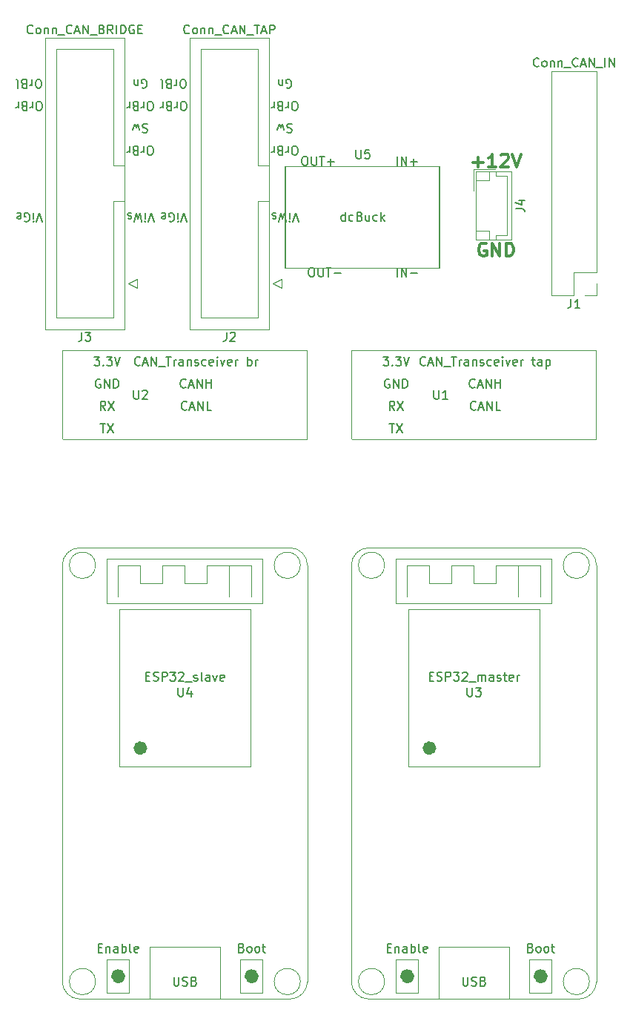
<source format=gbr>
%TF.GenerationSoftware,KiCad,Pcbnew,6.0.2+dfsg-1*%
%TF.CreationDate,2022-10-09T18:24:26+02:00*%
%TF.ProjectId,can_middle,63616e5f-6d69-4646-946c-652e6b696361,rev?*%
%TF.SameCoordinates,Original*%
%TF.FileFunction,Legend,Top*%
%TF.FilePolarity,Positive*%
%FSLAX46Y46*%
G04 Gerber Fmt 4.6, Leading zero omitted, Abs format (unit mm)*
G04 Created by KiCad (PCBNEW 6.0.2+dfsg-1) date 2022-10-09 18:24:26*
%MOMM*%
%LPD*%
G01*
G04 APERTURE LIST*
%ADD10C,0.300000*%
%ADD11C,0.150000*%
%ADD12C,0.120000*%
%ADD13C,0.203200*%
%ADD14C,1.000000*%
%ADD15C,0.800000*%
G04 APERTURE END LIST*
D10*
X184277142Y-86880000D02*
X184134285Y-86808571D01*
X183920000Y-86808571D01*
X183705714Y-86880000D01*
X183562857Y-87022857D01*
X183491428Y-87165714D01*
X183420000Y-87451428D01*
X183420000Y-87665714D01*
X183491428Y-87951428D01*
X183562857Y-88094285D01*
X183705714Y-88237142D01*
X183920000Y-88308571D01*
X184062857Y-88308571D01*
X184277142Y-88237142D01*
X184348571Y-88165714D01*
X184348571Y-87665714D01*
X184062857Y-87665714D01*
X184991428Y-88308571D02*
X184991428Y-86808571D01*
X185848571Y-88308571D01*
X185848571Y-86808571D01*
X186562857Y-88308571D02*
X186562857Y-86808571D01*
X186920000Y-86808571D01*
X187134285Y-86880000D01*
X187277142Y-87022857D01*
X187348571Y-87165714D01*
X187420000Y-87451428D01*
X187420000Y-87665714D01*
X187348571Y-87951428D01*
X187277142Y-88094285D01*
X187134285Y-88237142D01*
X186920000Y-88308571D01*
X186562857Y-88308571D01*
X182777142Y-77577142D02*
X183920000Y-77577142D01*
X183348571Y-78148571D02*
X183348571Y-77005714D01*
X185420000Y-78148571D02*
X184562857Y-78148571D01*
X184991428Y-78148571D02*
X184991428Y-76648571D01*
X184848571Y-76862857D01*
X184705714Y-77005714D01*
X184562857Y-77077142D01*
X185991428Y-76791428D02*
X186062857Y-76720000D01*
X186205714Y-76648571D01*
X186562857Y-76648571D01*
X186705714Y-76720000D01*
X186777142Y-76791428D01*
X186848571Y-76934285D01*
X186848571Y-77077142D01*
X186777142Y-77291428D01*
X185920000Y-78148571D01*
X186848571Y-78148571D01*
X187277142Y-76648571D02*
X187777142Y-78148571D01*
X188277142Y-76648571D01*
D11*
%TO.C,J2*%
X154611666Y-96982380D02*
X154611666Y-97696666D01*
X154564047Y-97839523D01*
X154468809Y-97934761D01*
X154325952Y-97982380D01*
X154230714Y-97982380D01*
X155040238Y-97077619D02*
X155087857Y-97030000D01*
X155183095Y-96982380D01*
X155421190Y-96982380D01*
X155516428Y-97030000D01*
X155564047Y-97077619D01*
X155611666Y-97172857D01*
X155611666Y-97268095D01*
X155564047Y-97410952D01*
X154992619Y-97982380D01*
X155611666Y-97982380D01*
X150373571Y-62827142D02*
X150325952Y-62874761D01*
X150183095Y-62922380D01*
X150087857Y-62922380D01*
X149945000Y-62874761D01*
X149849761Y-62779523D01*
X149802142Y-62684285D01*
X149754523Y-62493809D01*
X149754523Y-62350952D01*
X149802142Y-62160476D01*
X149849761Y-62065238D01*
X149945000Y-61970000D01*
X150087857Y-61922380D01*
X150183095Y-61922380D01*
X150325952Y-61970000D01*
X150373571Y-62017619D01*
X150945000Y-62922380D02*
X150849761Y-62874761D01*
X150802142Y-62827142D01*
X150754523Y-62731904D01*
X150754523Y-62446190D01*
X150802142Y-62350952D01*
X150849761Y-62303333D01*
X150945000Y-62255714D01*
X151087857Y-62255714D01*
X151183095Y-62303333D01*
X151230714Y-62350952D01*
X151278333Y-62446190D01*
X151278333Y-62731904D01*
X151230714Y-62827142D01*
X151183095Y-62874761D01*
X151087857Y-62922380D01*
X150945000Y-62922380D01*
X151706904Y-62255714D02*
X151706904Y-62922380D01*
X151706904Y-62350952D02*
X151754523Y-62303333D01*
X151849761Y-62255714D01*
X151992619Y-62255714D01*
X152087857Y-62303333D01*
X152135476Y-62398571D01*
X152135476Y-62922380D01*
X152611666Y-62255714D02*
X152611666Y-62922380D01*
X152611666Y-62350952D02*
X152659285Y-62303333D01*
X152754523Y-62255714D01*
X152897380Y-62255714D01*
X152992619Y-62303333D01*
X153040238Y-62398571D01*
X153040238Y-62922380D01*
X153278333Y-63017619D02*
X154040238Y-63017619D01*
X154849761Y-62827142D02*
X154802142Y-62874761D01*
X154659285Y-62922380D01*
X154564047Y-62922380D01*
X154421190Y-62874761D01*
X154325952Y-62779523D01*
X154278333Y-62684285D01*
X154230714Y-62493809D01*
X154230714Y-62350952D01*
X154278333Y-62160476D01*
X154325952Y-62065238D01*
X154421190Y-61970000D01*
X154564047Y-61922380D01*
X154659285Y-61922380D01*
X154802142Y-61970000D01*
X154849761Y-62017619D01*
X155230714Y-62636666D02*
X155706904Y-62636666D01*
X155135476Y-62922380D02*
X155468809Y-61922380D01*
X155802142Y-62922380D01*
X156135476Y-62922380D02*
X156135476Y-61922380D01*
X156706904Y-62922380D01*
X156706904Y-61922380D01*
X156945000Y-63017619D02*
X157706904Y-63017619D01*
X157802142Y-61922380D02*
X158373571Y-61922380D01*
X158087857Y-62922380D02*
X158087857Y-61922380D01*
X158659285Y-62636666D02*
X159135476Y-62636666D01*
X158564047Y-62922380D02*
X158897380Y-61922380D01*
X159230714Y-62922380D01*
X159564047Y-62922380D02*
X159564047Y-61922380D01*
X159945000Y-61922380D01*
X160040238Y-61970000D01*
X160087857Y-62017619D01*
X160135476Y-62112857D01*
X160135476Y-62255714D01*
X160087857Y-62350952D01*
X160040238Y-62398571D01*
X159945000Y-62446190D01*
X159564047Y-62446190D01*
X162842619Y-84357619D02*
X162509285Y-83357619D01*
X162175952Y-84357619D01*
X161842619Y-83357619D02*
X161842619Y-84024285D01*
X161842619Y-84357619D02*
X161890238Y-84310000D01*
X161842619Y-84262380D01*
X161795000Y-84310000D01*
X161842619Y-84357619D01*
X161842619Y-84262380D01*
X161461666Y-84357619D02*
X161223571Y-83357619D01*
X161033095Y-84071904D01*
X160842619Y-83357619D01*
X160604523Y-84357619D01*
X160271190Y-83405238D02*
X160175952Y-83357619D01*
X159985476Y-83357619D01*
X159890238Y-83405238D01*
X159842619Y-83500476D01*
X159842619Y-83548095D01*
X159890238Y-83643333D01*
X159985476Y-83690952D01*
X160128333Y-83690952D01*
X160223571Y-83738571D01*
X160271190Y-83833809D01*
X160271190Y-83881428D01*
X160223571Y-83976666D01*
X160128333Y-84024285D01*
X159985476Y-84024285D01*
X159890238Y-83976666D01*
X162509285Y-71657619D02*
X162318809Y-71657619D01*
X162223571Y-71610000D01*
X162128333Y-71514761D01*
X162080714Y-71324285D01*
X162080714Y-70990952D01*
X162128333Y-70800476D01*
X162223571Y-70705238D01*
X162318809Y-70657619D01*
X162509285Y-70657619D01*
X162604523Y-70705238D01*
X162699761Y-70800476D01*
X162747380Y-70990952D01*
X162747380Y-71324285D01*
X162699761Y-71514761D01*
X162604523Y-71610000D01*
X162509285Y-71657619D01*
X161652142Y-70657619D02*
X161652142Y-71324285D01*
X161652142Y-71133809D02*
X161604523Y-71229047D01*
X161556904Y-71276666D01*
X161461666Y-71324285D01*
X161366428Y-71324285D01*
X160699761Y-71181428D02*
X160556904Y-71133809D01*
X160509285Y-71086190D01*
X160461666Y-70990952D01*
X160461666Y-70848095D01*
X160509285Y-70752857D01*
X160556904Y-70705238D01*
X160652142Y-70657619D01*
X161033095Y-70657619D01*
X161033095Y-71657619D01*
X160699761Y-71657619D01*
X160604523Y-71610000D01*
X160556904Y-71562380D01*
X160509285Y-71467142D01*
X160509285Y-71371904D01*
X160556904Y-71276666D01*
X160604523Y-71229047D01*
X160699761Y-71181428D01*
X161033095Y-71181428D01*
X160033095Y-70657619D02*
X160033095Y-71324285D01*
X160033095Y-71133809D02*
X159985476Y-71229047D01*
X159937857Y-71276666D01*
X159842619Y-71324285D01*
X159747380Y-71324285D01*
X149809285Y-71657619D02*
X149618809Y-71657619D01*
X149523571Y-71610000D01*
X149428333Y-71514761D01*
X149380714Y-71324285D01*
X149380714Y-70990952D01*
X149428333Y-70800476D01*
X149523571Y-70705238D01*
X149618809Y-70657619D01*
X149809285Y-70657619D01*
X149904523Y-70705238D01*
X149999761Y-70800476D01*
X150047380Y-70990952D01*
X150047380Y-71324285D01*
X149999761Y-71514761D01*
X149904523Y-71610000D01*
X149809285Y-71657619D01*
X148952142Y-70657619D02*
X148952142Y-71324285D01*
X148952142Y-71133809D02*
X148904523Y-71229047D01*
X148856904Y-71276666D01*
X148761666Y-71324285D01*
X148666428Y-71324285D01*
X147999761Y-71181428D02*
X147856904Y-71133809D01*
X147809285Y-71086190D01*
X147761666Y-70990952D01*
X147761666Y-70848095D01*
X147809285Y-70752857D01*
X147856904Y-70705238D01*
X147952142Y-70657619D01*
X148333095Y-70657619D01*
X148333095Y-71657619D01*
X147999761Y-71657619D01*
X147904523Y-71610000D01*
X147856904Y-71562380D01*
X147809285Y-71467142D01*
X147809285Y-71371904D01*
X147856904Y-71276666D01*
X147904523Y-71229047D01*
X147999761Y-71181428D01*
X148333095Y-71181428D01*
X147333095Y-70657619D02*
X147333095Y-71324285D01*
X147333095Y-71133809D02*
X147285476Y-71229047D01*
X147237857Y-71276666D01*
X147142619Y-71324285D01*
X147047380Y-71324285D01*
X161485476Y-69070000D02*
X161580714Y-69117619D01*
X161723571Y-69117619D01*
X161866428Y-69070000D01*
X161961666Y-68974761D01*
X162009285Y-68879523D01*
X162056904Y-68689047D01*
X162056904Y-68546190D01*
X162009285Y-68355714D01*
X161961666Y-68260476D01*
X161866428Y-68165238D01*
X161723571Y-68117619D01*
X161628333Y-68117619D01*
X161485476Y-68165238D01*
X161437857Y-68212857D01*
X161437857Y-68546190D01*
X161628333Y-68546190D01*
X161009285Y-68784285D02*
X161009285Y-68117619D01*
X161009285Y-68689047D02*
X160961666Y-68736666D01*
X160866428Y-68784285D01*
X160723571Y-68784285D01*
X160628333Y-68736666D01*
X160580714Y-68641428D01*
X160580714Y-68117619D01*
X150095000Y-84357619D02*
X149761666Y-83357619D01*
X149428333Y-84357619D01*
X149095000Y-83357619D02*
X149095000Y-84024285D01*
X149095000Y-84357619D02*
X149142619Y-84310000D01*
X149095000Y-84262380D01*
X149047380Y-84310000D01*
X149095000Y-84357619D01*
X149095000Y-84262380D01*
X148095000Y-84310000D02*
X148190238Y-84357619D01*
X148333095Y-84357619D01*
X148475952Y-84310000D01*
X148571190Y-84214761D01*
X148618809Y-84119523D01*
X148666428Y-83929047D01*
X148666428Y-83786190D01*
X148618809Y-83595714D01*
X148571190Y-83500476D01*
X148475952Y-83405238D01*
X148333095Y-83357619D01*
X148237857Y-83357619D01*
X148095000Y-83405238D01*
X148047380Y-83452857D01*
X148047380Y-83786190D01*
X148237857Y-83786190D01*
X147237857Y-83405238D02*
X147333095Y-83357619D01*
X147523571Y-83357619D01*
X147618809Y-83405238D01*
X147666428Y-83500476D01*
X147666428Y-83881428D01*
X147618809Y-83976666D01*
X147523571Y-84024285D01*
X147333095Y-84024285D01*
X147237857Y-83976666D01*
X147190238Y-83881428D01*
X147190238Y-83786190D01*
X147666428Y-83690952D01*
X149761666Y-69117619D02*
X149571190Y-69117619D01*
X149475952Y-69070000D01*
X149380714Y-68974761D01*
X149333095Y-68784285D01*
X149333095Y-68450952D01*
X149380714Y-68260476D01*
X149475952Y-68165238D01*
X149571190Y-68117619D01*
X149761666Y-68117619D01*
X149856904Y-68165238D01*
X149952142Y-68260476D01*
X149999761Y-68450952D01*
X149999761Y-68784285D01*
X149952142Y-68974761D01*
X149856904Y-69070000D01*
X149761666Y-69117619D01*
X148904523Y-68117619D02*
X148904523Y-68784285D01*
X148904523Y-68593809D02*
X148856904Y-68689047D01*
X148809285Y-68736666D01*
X148714047Y-68784285D01*
X148618809Y-68784285D01*
X147952142Y-68641428D02*
X147809285Y-68593809D01*
X147761666Y-68546190D01*
X147714047Y-68450952D01*
X147714047Y-68308095D01*
X147761666Y-68212857D01*
X147809285Y-68165238D01*
X147904523Y-68117619D01*
X148285476Y-68117619D01*
X148285476Y-69117619D01*
X147952142Y-69117619D01*
X147856904Y-69070000D01*
X147809285Y-69022380D01*
X147761666Y-68927142D01*
X147761666Y-68831904D01*
X147809285Y-68736666D01*
X147856904Y-68689047D01*
X147952142Y-68641428D01*
X148285476Y-68641428D01*
X147142619Y-68117619D02*
X147237857Y-68165238D01*
X147285476Y-68260476D01*
X147285476Y-69117619D01*
X162104523Y-73245238D02*
X161961666Y-73197619D01*
X161723571Y-73197619D01*
X161628333Y-73245238D01*
X161580714Y-73292857D01*
X161533095Y-73388095D01*
X161533095Y-73483333D01*
X161580714Y-73578571D01*
X161628333Y-73626190D01*
X161723571Y-73673809D01*
X161914047Y-73721428D01*
X162009285Y-73769047D01*
X162056904Y-73816666D01*
X162104523Y-73911904D01*
X162104523Y-74007142D01*
X162056904Y-74102380D01*
X162009285Y-74150000D01*
X161914047Y-74197619D01*
X161675952Y-74197619D01*
X161533095Y-74150000D01*
X161199761Y-73864285D02*
X161009285Y-73197619D01*
X160818809Y-73673809D01*
X160628333Y-73197619D01*
X160437857Y-73864285D01*
X162509285Y-76737619D02*
X162318809Y-76737619D01*
X162223571Y-76690000D01*
X162128333Y-76594761D01*
X162080714Y-76404285D01*
X162080714Y-76070952D01*
X162128333Y-75880476D01*
X162223571Y-75785238D01*
X162318809Y-75737619D01*
X162509285Y-75737619D01*
X162604523Y-75785238D01*
X162699761Y-75880476D01*
X162747380Y-76070952D01*
X162747380Y-76404285D01*
X162699761Y-76594761D01*
X162604523Y-76690000D01*
X162509285Y-76737619D01*
X161652142Y-75737619D02*
X161652142Y-76404285D01*
X161652142Y-76213809D02*
X161604523Y-76309047D01*
X161556904Y-76356666D01*
X161461666Y-76404285D01*
X161366428Y-76404285D01*
X160699761Y-76261428D02*
X160556904Y-76213809D01*
X160509285Y-76166190D01*
X160461666Y-76070952D01*
X160461666Y-75928095D01*
X160509285Y-75832857D01*
X160556904Y-75785238D01*
X160652142Y-75737619D01*
X161033095Y-75737619D01*
X161033095Y-76737619D01*
X160699761Y-76737619D01*
X160604523Y-76690000D01*
X160556904Y-76642380D01*
X160509285Y-76547142D01*
X160509285Y-76451904D01*
X160556904Y-76356666D01*
X160604523Y-76309047D01*
X160699761Y-76261428D01*
X161033095Y-76261428D01*
X160033095Y-75737619D02*
X160033095Y-76404285D01*
X160033095Y-76213809D02*
X159985476Y-76309047D01*
X159937857Y-76356666D01*
X159842619Y-76404285D01*
X159747380Y-76404285D01*
%TO.C,J4*%
X187672380Y-82863333D02*
X188386666Y-82863333D01*
X188529523Y-82910952D01*
X188624761Y-83006190D01*
X188672380Y-83149047D01*
X188672380Y-83244285D01*
X188005714Y-81958571D02*
X188672380Y-81958571D01*
X187624761Y-82196666D02*
X188339047Y-82434761D01*
X188339047Y-81815714D01*
%TO.C,U1*%
X178308095Y-103592380D02*
X178308095Y-104401904D01*
X178355714Y-104497142D01*
X178403333Y-104544761D01*
X178498571Y-104592380D01*
X178689047Y-104592380D01*
X178784285Y-104544761D01*
X178831904Y-104497142D01*
X178879523Y-104401904D01*
X178879523Y-103592380D01*
X179879523Y-104592380D02*
X179308095Y-104592380D01*
X179593809Y-104592380D02*
X179593809Y-103592380D01*
X179498571Y-103735238D01*
X179403333Y-103830476D01*
X179308095Y-103878095D01*
X177340476Y-100687142D02*
X177292857Y-100734761D01*
X177150000Y-100782380D01*
X177054761Y-100782380D01*
X176911904Y-100734761D01*
X176816666Y-100639523D01*
X176769047Y-100544285D01*
X176721428Y-100353809D01*
X176721428Y-100210952D01*
X176769047Y-100020476D01*
X176816666Y-99925238D01*
X176911904Y-99830000D01*
X177054761Y-99782380D01*
X177150000Y-99782380D01*
X177292857Y-99830000D01*
X177340476Y-99877619D01*
X177721428Y-100496666D02*
X178197619Y-100496666D01*
X177626190Y-100782380D02*
X177959523Y-99782380D01*
X178292857Y-100782380D01*
X178626190Y-100782380D02*
X178626190Y-99782380D01*
X179197619Y-100782380D01*
X179197619Y-99782380D01*
X179435714Y-100877619D02*
X180197619Y-100877619D01*
X180292857Y-99782380D02*
X180864285Y-99782380D01*
X180578571Y-100782380D02*
X180578571Y-99782380D01*
X181197619Y-100782380D02*
X181197619Y-100115714D01*
X181197619Y-100306190D02*
X181245238Y-100210952D01*
X181292857Y-100163333D01*
X181388095Y-100115714D01*
X181483333Y-100115714D01*
X182245238Y-100782380D02*
X182245238Y-100258571D01*
X182197619Y-100163333D01*
X182102380Y-100115714D01*
X181911904Y-100115714D01*
X181816666Y-100163333D01*
X182245238Y-100734761D02*
X182150000Y-100782380D01*
X181911904Y-100782380D01*
X181816666Y-100734761D01*
X181769047Y-100639523D01*
X181769047Y-100544285D01*
X181816666Y-100449047D01*
X181911904Y-100401428D01*
X182150000Y-100401428D01*
X182245238Y-100353809D01*
X182721428Y-100115714D02*
X182721428Y-100782380D01*
X182721428Y-100210952D02*
X182769047Y-100163333D01*
X182864285Y-100115714D01*
X183007142Y-100115714D01*
X183102380Y-100163333D01*
X183150000Y-100258571D01*
X183150000Y-100782380D01*
X183578571Y-100734761D02*
X183673809Y-100782380D01*
X183864285Y-100782380D01*
X183959523Y-100734761D01*
X184007142Y-100639523D01*
X184007142Y-100591904D01*
X183959523Y-100496666D01*
X183864285Y-100449047D01*
X183721428Y-100449047D01*
X183626190Y-100401428D01*
X183578571Y-100306190D01*
X183578571Y-100258571D01*
X183626190Y-100163333D01*
X183721428Y-100115714D01*
X183864285Y-100115714D01*
X183959523Y-100163333D01*
X184864285Y-100734761D02*
X184769047Y-100782380D01*
X184578571Y-100782380D01*
X184483333Y-100734761D01*
X184435714Y-100687142D01*
X184388095Y-100591904D01*
X184388095Y-100306190D01*
X184435714Y-100210952D01*
X184483333Y-100163333D01*
X184578571Y-100115714D01*
X184769047Y-100115714D01*
X184864285Y-100163333D01*
X185673809Y-100734761D02*
X185578571Y-100782380D01*
X185388095Y-100782380D01*
X185292857Y-100734761D01*
X185245238Y-100639523D01*
X185245238Y-100258571D01*
X185292857Y-100163333D01*
X185388095Y-100115714D01*
X185578571Y-100115714D01*
X185673809Y-100163333D01*
X185721428Y-100258571D01*
X185721428Y-100353809D01*
X185245238Y-100449047D01*
X186150000Y-100782380D02*
X186150000Y-100115714D01*
X186150000Y-99782380D02*
X186102380Y-99830000D01*
X186150000Y-99877619D01*
X186197619Y-99830000D01*
X186150000Y-99782380D01*
X186150000Y-99877619D01*
X186530952Y-100115714D02*
X186769047Y-100782380D01*
X187007142Y-100115714D01*
X187769047Y-100734761D02*
X187673809Y-100782380D01*
X187483333Y-100782380D01*
X187388095Y-100734761D01*
X187340476Y-100639523D01*
X187340476Y-100258571D01*
X187388095Y-100163333D01*
X187483333Y-100115714D01*
X187673809Y-100115714D01*
X187769047Y-100163333D01*
X187816666Y-100258571D01*
X187816666Y-100353809D01*
X187340476Y-100449047D01*
X188245238Y-100782380D02*
X188245238Y-100115714D01*
X188245238Y-100306190D02*
X188292857Y-100210952D01*
X188340476Y-100163333D01*
X188435714Y-100115714D01*
X188530952Y-100115714D01*
X189483333Y-100115714D02*
X189864285Y-100115714D01*
X189626190Y-99782380D02*
X189626190Y-100639523D01*
X189673809Y-100734761D01*
X189769047Y-100782380D01*
X189864285Y-100782380D01*
X190626190Y-100782380D02*
X190626190Y-100258571D01*
X190578571Y-100163333D01*
X190483333Y-100115714D01*
X190292857Y-100115714D01*
X190197619Y-100163333D01*
X190626190Y-100734761D02*
X190530952Y-100782380D01*
X190292857Y-100782380D01*
X190197619Y-100734761D01*
X190150000Y-100639523D01*
X190150000Y-100544285D01*
X190197619Y-100449047D01*
X190292857Y-100401428D01*
X190530952Y-100401428D01*
X190626190Y-100353809D01*
X191102380Y-100115714D02*
X191102380Y-101115714D01*
X191102380Y-100163333D02*
X191197619Y-100115714D01*
X191388095Y-100115714D01*
X191483333Y-100163333D01*
X191530952Y-100210952D01*
X191578571Y-100306190D01*
X191578571Y-100591904D01*
X191530952Y-100687142D01*
X191483333Y-100734761D01*
X191388095Y-100782380D01*
X191197619Y-100782380D01*
X191102380Y-100734761D01*
X173823333Y-105862380D02*
X173490000Y-105386190D01*
X173251904Y-105862380D02*
X173251904Y-104862380D01*
X173632857Y-104862380D01*
X173728095Y-104910000D01*
X173775714Y-104957619D01*
X173823333Y-105052857D01*
X173823333Y-105195714D01*
X173775714Y-105290952D01*
X173728095Y-105338571D01*
X173632857Y-105386190D01*
X173251904Y-105386190D01*
X174156666Y-104862380D02*
X174823333Y-105862380D01*
X174823333Y-104862380D02*
X174156666Y-105862380D01*
X182983333Y-103227142D02*
X182935714Y-103274761D01*
X182792857Y-103322380D01*
X182697619Y-103322380D01*
X182554761Y-103274761D01*
X182459523Y-103179523D01*
X182411904Y-103084285D01*
X182364285Y-102893809D01*
X182364285Y-102750952D01*
X182411904Y-102560476D01*
X182459523Y-102465238D01*
X182554761Y-102370000D01*
X182697619Y-102322380D01*
X182792857Y-102322380D01*
X182935714Y-102370000D01*
X182983333Y-102417619D01*
X183364285Y-103036666D02*
X183840476Y-103036666D01*
X183269047Y-103322380D02*
X183602380Y-102322380D01*
X183935714Y-103322380D01*
X184269047Y-103322380D02*
X184269047Y-102322380D01*
X184840476Y-103322380D01*
X184840476Y-102322380D01*
X185316666Y-103322380D02*
X185316666Y-102322380D01*
X185316666Y-102798571D02*
X185888095Y-102798571D01*
X185888095Y-103322380D02*
X185888095Y-102322380D01*
X183102380Y-105767142D02*
X183054761Y-105814761D01*
X182911904Y-105862380D01*
X182816666Y-105862380D01*
X182673809Y-105814761D01*
X182578571Y-105719523D01*
X182530952Y-105624285D01*
X182483333Y-105433809D01*
X182483333Y-105290952D01*
X182530952Y-105100476D01*
X182578571Y-105005238D01*
X182673809Y-104910000D01*
X182816666Y-104862380D01*
X182911904Y-104862380D01*
X183054761Y-104910000D01*
X183102380Y-104957619D01*
X183483333Y-105576666D02*
X183959523Y-105576666D01*
X183388095Y-105862380D02*
X183721428Y-104862380D01*
X184054761Y-105862380D01*
X184388095Y-105862380D02*
X184388095Y-104862380D01*
X184959523Y-105862380D01*
X184959523Y-104862380D01*
X185911904Y-105862380D02*
X185435714Y-105862380D01*
X185435714Y-104862380D01*
X172513809Y-99782380D02*
X173132857Y-99782380D01*
X172799523Y-100163333D01*
X172942380Y-100163333D01*
X173037619Y-100210952D01*
X173085238Y-100258571D01*
X173132857Y-100353809D01*
X173132857Y-100591904D01*
X173085238Y-100687142D01*
X173037619Y-100734761D01*
X172942380Y-100782380D01*
X172656666Y-100782380D01*
X172561428Y-100734761D01*
X172513809Y-100687142D01*
X173561428Y-100687142D02*
X173609047Y-100734761D01*
X173561428Y-100782380D01*
X173513809Y-100734761D01*
X173561428Y-100687142D01*
X173561428Y-100782380D01*
X173942380Y-99782380D02*
X174561428Y-99782380D01*
X174228095Y-100163333D01*
X174370952Y-100163333D01*
X174466190Y-100210952D01*
X174513809Y-100258571D01*
X174561428Y-100353809D01*
X174561428Y-100591904D01*
X174513809Y-100687142D01*
X174466190Y-100734761D01*
X174370952Y-100782380D01*
X174085238Y-100782380D01*
X173990000Y-100734761D01*
X173942380Y-100687142D01*
X174847142Y-99782380D02*
X175180476Y-100782380D01*
X175513809Y-99782380D01*
X173228095Y-107402380D02*
X173799523Y-107402380D01*
X173513809Y-108402380D02*
X173513809Y-107402380D01*
X174037619Y-107402380D02*
X174704285Y-108402380D01*
X174704285Y-107402380D02*
X174037619Y-108402380D01*
X173228095Y-102370000D02*
X173132857Y-102322380D01*
X172990000Y-102322380D01*
X172847142Y-102370000D01*
X172751904Y-102465238D01*
X172704285Y-102560476D01*
X172656666Y-102750952D01*
X172656666Y-102893809D01*
X172704285Y-103084285D01*
X172751904Y-103179523D01*
X172847142Y-103274761D01*
X172990000Y-103322380D01*
X173085238Y-103322380D01*
X173228095Y-103274761D01*
X173275714Y-103227142D01*
X173275714Y-102893809D01*
X173085238Y-102893809D01*
X173704285Y-103322380D02*
X173704285Y-102322380D01*
X174275714Y-103322380D01*
X174275714Y-102322380D01*
X174751904Y-103322380D02*
X174751904Y-102322380D01*
X174990000Y-102322380D01*
X175132857Y-102370000D01*
X175228095Y-102465238D01*
X175275714Y-102560476D01*
X175323333Y-102750952D01*
X175323333Y-102893809D01*
X175275714Y-103084285D01*
X175228095Y-103179523D01*
X175132857Y-103274761D01*
X174990000Y-103322380D01*
X174751904Y-103322380D01*
%TO.C,J1*%
X193976666Y-93212380D02*
X193976666Y-93926666D01*
X193929047Y-94069523D01*
X193833809Y-94164761D01*
X193690952Y-94212380D01*
X193595714Y-94212380D01*
X194976666Y-94212380D02*
X194405238Y-94212380D01*
X194690952Y-94212380D02*
X194690952Y-93212380D01*
X194595714Y-93355238D01*
X194500476Y-93450476D01*
X194405238Y-93498095D01*
X190286190Y-66597142D02*
X190238571Y-66644761D01*
X190095714Y-66692380D01*
X190000476Y-66692380D01*
X189857619Y-66644761D01*
X189762380Y-66549523D01*
X189714761Y-66454285D01*
X189667142Y-66263809D01*
X189667142Y-66120952D01*
X189714761Y-65930476D01*
X189762380Y-65835238D01*
X189857619Y-65740000D01*
X190000476Y-65692380D01*
X190095714Y-65692380D01*
X190238571Y-65740000D01*
X190286190Y-65787619D01*
X190857619Y-66692380D02*
X190762380Y-66644761D01*
X190714761Y-66597142D01*
X190667142Y-66501904D01*
X190667142Y-66216190D01*
X190714761Y-66120952D01*
X190762380Y-66073333D01*
X190857619Y-66025714D01*
X191000476Y-66025714D01*
X191095714Y-66073333D01*
X191143333Y-66120952D01*
X191190952Y-66216190D01*
X191190952Y-66501904D01*
X191143333Y-66597142D01*
X191095714Y-66644761D01*
X191000476Y-66692380D01*
X190857619Y-66692380D01*
X191619523Y-66025714D02*
X191619523Y-66692380D01*
X191619523Y-66120952D02*
X191667142Y-66073333D01*
X191762380Y-66025714D01*
X191905238Y-66025714D01*
X192000476Y-66073333D01*
X192048095Y-66168571D01*
X192048095Y-66692380D01*
X192524285Y-66025714D02*
X192524285Y-66692380D01*
X192524285Y-66120952D02*
X192571904Y-66073333D01*
X192667142Y-66025714D01*
X192810000Y-66025714D01*
X192905238Y-66073333D01*
X192952857Y-66168571D01*
X192952857Y-66692380D01*
X193190952Y-66787619D02*
X193952857Y-66787619D01*
X194762380Y-66597142D02*
X194714761Y-66644761D01*
X194571904Y-66692380D01*
X194476666Y-66692380D01*
X194333809Y-66644761D01*
X194238571Y-66549523D01*
X194190952Y-66454285D01*
X194143333Y-66263809D01*
X194143333Y-66120952D01*
X194190952Y-65930476D01*
X194238571Y-65835238D01*
X194333809Y-65740000D01*
X194476666Y-65692380D01*
X194571904Y-65692380D01*
X194714761Y-65740000D01*
X194762380Y-65787619D01*
X195143333Y-66406666D02*
X195619523Y-66406666D01*
X195048095Y-66692380D02*
X195381428Y-65692380D01*
X195714761Y-66692380D01*
X196048095Y-66692380D02*
X196048095Y-65692380D01*
X196619523Y-66692380D01*
X196619523Y-65692380D01*
X196857619Y-66787619D02*
X197619523Y-66787619D01*
X197857619Y-66692380D02*
X197857619Y-65692380D01*
X198333809Y-66692380D02*
X198333809Y-65692380D01*
X198905238Y-66692380D01*
X198905238Y-65692380D01*
%TO.C,U5*%
X169418095Y-76160380D02*
X169418095Y-76969904D01*
X169465714Y-77065142D01*
X169513333Y-77112761D01*
X169608571Y-77160380D01*
X169799047Y-77160380D01*
X169894285Y-77112761D01*
X169941904Y-77065142D01*
X169989523Y-76969904D01*
X169989523Y-76160380D01*
X170941904Y-76160380D02*
X170465714Y-76160380D01*
X170418095Y-76636571D01*
X170465714Y-76588952D01*
X170560952Y-76541333D01*
X170799047Y-76541333D01*
X170894285Y-76588952D01*
X170941904Y-76636571D01*
X170989523Y-76731809D01*
X170989523Y-76969904D01*
X170941904Y-77065142D01*
X170894285Y-77112761D01*
X170799047Y-77160380D01*
X170560952Y-77160380D01*
X170465714Y-77112761D01*
X170418095Y-77065142D01*
X168180000Y-84272380D02*
X168180000Y-83272380D01*
X168180000Y-84224761D02*
X168084761Y-84272380D01*
X167894285Y-84272380D01*
X167799047Y-84224761D01*
X167751428Y-84177142D01*
X167703809Y-84081904D01*
X167703809Y-83796190D01*
X167751428Y-83700952D01*
X167799047Y-83653333D01*
X167894285Y-83605714D01*
X168084761Y-83605714D01*
X168180000Y-83653333D01*
X169084761Y-84224761D02*
X168989523Y-84272380D01*
X168799047Y-84272380D01*
X168703809Y-84224761D01*
X168656190Y-84177142D01*
X168608571Y-84081904D01*
X168608571Y-83796190D01*
X168656190Y-83700952D01*
X168703809Y-83653333D01*
X168799047Y-83605714D01*
X168989523Y-83605714D01*
X169084761Y-83653333D01*
X169846666Y-83748571D02*
X169989523Y-83796190D01*
X170037142Y-83843809D01*
X170084761Y-83939047D01*
X170084761Y-84081904D01*
X170037142Y-84177142D01*
X169989523Y-84224761D01*
X169894285Y-84272380D01*
X169513333Y-84272380D01*
X169513333Y-83272380D01*
X169846666Y-83272380D01*
X169941904Y-83320000D01*
X169989523Y-83367619D01*
X170037142Y-83462857D01*
X170037142Y-83558095D01*
X169989523Y-83653333D01*
X169941904Y-83700952D01*
X169846666Y-83748571D01*
X169513333Y-83748571D01*
X170941904Y-83605714D02*
X170941904Y-84272380D01*
X170513333Y-83605714D02*
X170513333Y-84129523D01*
X170560952Y-84224761D01*
X170656190Y-84272380D01*
X170799047Y-84272380D01*
X170894285Y-84224761D01*
X170941904Y-84177142D01*
X171846666Y-84224761D02*
X171751428Y-84272380D01*
X171560952Y-84272380D01*
X171465714Y-84224761D01*
X171418095Y-84177142D01*
X171370476Y-84081904D01*
X171370476Y-83796190D01*
X171418095Y-83700952D01*
X171465714Y-83653333D01*
X171560952Y-83605714D01*
X171751428Y-83605714D01*
X171846666Y-83653333D01*
X172275238Y-84272380D02*
X172275238Y-83272380D01*
X172370476Y-83891428D02*
X172656190Y-84272380D01*
X172656190Y-83605714D02*
X172275238Y-83986666D01*
X174117142Y-90622380D02*
X174117142Y-89622380D01*
X174593333Y-90622380D02*
X174593333Y-89622380D01*
X175164761Y-90622380D01*
X175164761Y-89622380D01*
X175640952Y-90241428D02*
X176402857Y-90241428D01*
X163480952Y-76922380D02*
X163671428Y-76922380D01*
X163766666Y-76970000D01*
X163861904Y-77065238D01*
X163909523Y-77255714D01*
X163909523Y-77589047D01*
X163861904Y-77779523D01*
X163766666Y-77874761D01*
X163671428Y-77922380D01*
X163480952Y-77922380D01*
X163385714Y-77874761D01*
X163290476Y-77779523D01*
X163242857Y-77589047D01*
X163242857Y-77255714D01*
X163290476Y-77065238D01*
X163385714Y-76970000D01*
X163480952Y-76922380D01*
X164338095Y-76922380D02*
X164338095Y-77731904D01*
X164385714Y-77827142D01*
X164433333Y-77874761D01*
X164528571Y-77922380D01*
X164719047Y-77922380D01*
X164814285Y-77874761D01*
X164861904Y-77827142D01*
X164909523Y-77731904D01*
X164909523Y-76922380D01*
X165242857Y-76922380D02*
X165814285Y-76922380D01*
X165528571Y-77922380D02*
X165528571Y-76922380D01*
X166147619Y-77541428D02*
X166909523Y-77541428D01*
X166528571Y-77922380D02*
X166528571Y-77160476D01*
X174117142Y-77922380D02*
X174117142Y-76922380D01*
X174593333Y-77922380D02*
X174593333Y-76922380D01*
X175164761Y-77922380D01*
X175164761Y-76922380D01*
X175640952Y-77541428D02*
X176402857Y-77541428D01*
X176021904Y-77922380D02*
X176021904Y-77160476D01*
X164242952Y-89622380D02*
X164433428Y-89622380D01*
X164528666Y-89670000D01*
X164623904Y-89765238D01*
X164671523Y-89955714D01*
X164671523Y-90289047D01*
X164623904Y-90479523D01*
X164528666Y-90574761D01*
X164433428Y-90622380D01*
X164242952Y-90622380D01*
X164147714Y-90574761D01*
X164052476Y-90479523D01*
X164004857Y-90289047D01*
X164004857Y-89955714D01*
X164052476Y-89765238D01*
X164147714Y-89670000D01*
X164242952Y-89622380D01*
X165100095Y-89622380D02*
X165100095Y-90431904D01*
X165147714Y-90527142D01*
X165195333Y-90574761D01*
X165290571Y-90622380D01*
X165481047Y-90622380D01*
X165576285Y-90574761D01*
X165623904Y-90527142D01*
X165671523Y-90431904D01*
X165671523Y-89622380D01*
X166004857Y-89622380D02*
X166576285Y-89622380D01*
X166290571Y-90622380D02*
X166290571Y-89622380D01*
X166909619Y-90241428D02*
X167671523Y-90241428D01*
%TO.C,U4*%
X149098095Y-137532380D02*
X149098095Y-138341904D01*
X149145714Y-138437142D01*
X149193333Y-138484761D01*
X149288571Y-138532380D01*
X149479047Y-138532380D01*
X149574285Y-138484761D01*
X149621904Y-138437142D01*
X149669523Y-138341904D01*
X149669523Y-137532380D01*
X150574285Y-137865714D02*
X150574285Y-138532380D01*
X150336190Y-137484761D02*
X150098095Y-138199047D01*
X150717142Y-138199047D01*
X145407619Y-136238571D02*
X145740952Y-136238571D01*
X145883809Y-136762380D02*
X145407619Y-136762380D01*
X145407619Y-135762380D01*
X145883809Y-135762380D01*
X146264761Y-136714761D02*
X146407619Y-136762380D01*
X146645714Y-136762380D01*
X146740952Y-136714761D01*
X146788571Y-136667142D01*
X146836190Y-136571904D01*
X146836190Y-136476666D01*
X146788571Y-136381428D01*
X146740952Y-136333809D01*
X146645714Y-136286190D01*
X146455238Y-136238571D01*
X146360000Y-136190952D01*
X146312380Y-136143333D01*
X146264761Y-136048095D01*
X146264761Y-135952857D01*
X146312380Y-135857619D01*
X146360000Y-135810000D01*
X146455238Y-135762380D01*
X146693333Y-135762380D01*
X146836190Y-135810000D01*
X147264761Y-136762380D02*
X147264761Y-135762380D01*
X147645714Y-135762380D01*
X147740952Y-135810000D01*
X147788571Y-135857619D01*
X147836190Y-135952857D01*
X147836190Y-136095714D01*
X147788571Y-136190952D01*
X147740952Y-136238571D01*
X147645714Y-136286190D01*
X147264761Y-136286190D01*
X148169523Y-135762380D02*
X148788571Y-135762380D01*
X148455238Y-136143333D01*
X148598095Y-136143333D01*
X148693333Y-136190952D01*
X148740952Y-136238571D01*
X148788571Y-136333809D01*
X148788571Y-136571904D01*
X148740952Y-136667142D01*
X148693333Y-136714761D01*
X148598095Y-136762380D01*
X148312380Y-136762380D01*
X148217142Y-136714761D01*
X148169523Y-136667142D01*
X149169523Y-135857619D02*
X149217142Y-135810000D01*
X149312380Y-135762380D01*
X149550476Y-135762380D01*
X149645714Y-135810000D01*
X149693333Y-135857619D01*
X149740952Y-135952857D01*
X149740952Y-136048095D01*
X149693333Y-136190952D01*
X149121904Y-136762380D01*
X149740952Y-136762380D01*
X149931428Y-136857619D02*
X150693333Y-136857619D01*
X150883809Y-136714761D02*
X150979047Y-136762380D01*
X151169523Y-136762380D01*
X151264761Y-136714761D01*
X151312380Y-136619523D01*
X151312380Y-136571904D01*
X151264761Y-136476666D01*
X151169523Y-136429047D01*
X151026666Y-136429047D01*
X150931428Y-136381428D01*
X150883809Y-136286190D01*
X150883809Y-136238571D01*
X150931428Y-136143333D01*
X151026666Y-136095714D01*
X151169523Y-136095714D01*
X151264761Y-136143333D01*
X151883809Y-136762380D02*
X151788571Y-136714761D01*
X151740952Y-136619523D01*
X151740952Y-135762380D01*
X152693333Y-136762380D02*
X152693333Y-136238571D01*
X152645714Y-136143333D01*
X152550476Y-136095714D01*
X152360000Y-136095714D01*
X152264761Y-136143333D01*
X152693333Y-136714761D02*
X152598095Y-136762380D01*
X152360000Y-136762380D01*
X152264761Y-136714761D01*
X152217142Y-136619523D01*
X152217142Y-136524285D01*
X152264761Y-136429047D01*
X152360000Y-136381428D01*
X152598095Y-136381428D01*
X152693333Y-136333809D01*
X153074285Y-136095714D02*
X153312380Y-136762380D01*
X153550476Y-136095714D01*
X154312380Y-136714761D02*
X154217142Y-136762380D01*
X154026666Y-136762380D01*
X153931428Y-136714761D01*
X153883809Y-136619523D01*
X153883809Y-136238571D01*
X153931428Y-136143333D01*
X154026666Y-136095714D01*
X154217142Y-136095714D01*
X154312380Y-136143333D01*
X154360000Y-136238571D01*
X154360000Y-136333809D01*
X153883809Y-136429047D01*
X156360952Y-167218571D02*
X156503809Y-167266190D01*
X156551428Y-167313809D01*
X156599047Y-167409047D01*
X156599047Y-167551904D01*
X156551428Y-167647142D01*
X156503809Y-167694761D01*
X156408571Y-167742380D01*
X156027619Y-167742380D01*
X156027619Y-166742380D01*
X156360952Y-166742380D01*
X156456190Y-166790000D01*
X156503809Y-166837619D01*
X156551428Y-166932857D01*
X156551428Y-167028095D01*
X156503809Y-167123333D01*
X156456190Y-167170952D01*
X156360952Y-167218571D01*
X156027619Y-167218571D01*
X157170476Y-167742380D02*
X157075238Y-167694761D01*
X157027619Y-167647142D01*
X156980000Y-167551904D01*
X156980000Y-167266190D01*
X157027619Y-167170952D01*
X157075238Y-167123333D01*
X157170476Y-167075714D01*
X157313333Y-167075714D01*
X157408571Y-167123333D01*
X157456190Y-167170952D01*
X157503809Y-167266190D01*
X157503809Y-167551904D01*
X157456190Y-167647142D01*
X157408571Y-167694761D01*
X157313333Y-167742380D01*
X157170476Y-167742380D01*
X158075238Y-167742380D02*
X157980000Y-167694761D01*
X157932380Y-167647142D01*
X157884761Y-167551904D01*
X157884761Y-167266190D01*
X157932380Y-167170952D01*
X157980000Y-167123333D01*
X158075238Y-167075714D01*
X158218095Y-167075714D01*
X158313333Y-167123333D01*
X158360952Y-167170952D01*
X158408571Y-167266190D01*
X158408571Y-167551904D01*
X158360952Y-167647142D01*
X158313333Y-167694761D01*
X158218095Y-167742380D01*
X158075238Y-167742380D01*
X158694285Y-167075714D02*
X159075238Y-167075714D01*
X158837142Y-166742380D02*
X158837142Y-167599523D01*
X158884761Y-167694761D01*
X158980000Y-167742380D01*
X159075238Y-167742380D01*
X139978095Y-167218571D02*
X140311428Y-167218571D01*
X140454285Y-167742380D02*
X139978095Y-167742380D01*
X139978095Y-166742380D01*
X140454285Y-166742380D01*
X140882857Y-167075714D02*
X140882857Y-167742380D01*
X140882857Y-167170952D02*
X140930476Y-167123333D01*
X141025714Y-167075714D01*
X141168571Y-167075714D01*
X141263809Y-167123333D01*
X141311428Y-167218571D01*
X141311428Y-167742380D01*
X142216190Y-167742380D02*
X142216190Y-167218571D01*
X142168571Y-167123333D01*
X142073333Y-167075714D01*
X141882857Y-167075714D01*
X141787619Y-167123333D01*
X142216190Y-167694761D02*
X142120952Y-167742380D01*
X141882857Y-167742380D01*
X141787619Y-167694761D01*
X141740000Y-167599523D01*
X141740000Y-167504285D01*
X141787619Y-167409047D01*
X141882857Y-167361428D01*
X142120952Y-167361428D01*
X142216190Y-167313809D01*
X142692380Y-167742380D02*
X142692380Y-166742380D01*
X142692380Y-167123333D02*
X142787619Y-167075714D01*
X142978095Y-167075714D01*
X143073333Y-167123333D01*
X143120952Y-167170952D01*
X143168571Y-167266190D01*
X143168571Y-167551904D01*
X143120952Y-167647142D01*
X143073333Y-167694761D01*
X142978095Y-167742380D01*
X142787619Y-167742380D01*
X142692380Y-167694761D01*
X143740000Y-167742380D02*
X143644761Y-167694761D01*
X143597142Y-167599523D01*
X143597142Y-166742380D01*
X144501904Y-167694761D02*
X144406666Y-167742380D01*
X144216190Y-167742380D01*
X144120952Y-167694761D01*
X144073333Y-167599523D01*
X144073333Y-167218571D01*
X144120952Y-167123333D01*
X144216190Y-167075714D01*
X144406666Y-167075714D01*
X144501904Y-167123333D01*
X144549523Y-167218571D01*
X144549523Y-167313809D01*
X144073333Y-167409047D01*
X148598095Y-170552380D02*
X148598095Y-171361904D01*
X148645714Y-171457142D01*
X148693333Y-171504761D01*
X148788571Y-171552380D01*
X148979047Y-171552380D01*
X149074285Y-171504761D01*
X149121904Y-171457142D01*
X149169523Y-171361904D01*
X149169523Y-170552380D01*
X149598095Y-171504761D02*
X149740952Y-171552380D01*
X149979047Y-171552380D01*
X150074285Y-171504761D01*
X150121904Y-171457142D01*
X150169523Y-171361904D01*
X150169523Y-171266666D01*
X150121904Y-171171428D01*
X150074285Y-171123809D01*
X149979047Y-171076190D01*
X149788571Y-171028571D01*
X149693333Y-170980952D01*
X149645714Y-170933333D01*
X149598095Y-170838095D01*
X149598095Y-170742857D01*
X149645714Y-170647619D01*
X149693333Y-170600000D01*
X149788571Y-170552380D01*
X150026666Y-170552380D01*
X150169523Y-170600000D01*
X150931428Y-171028571D02*
X151074285Y-171076190D01*
X151121904Y-171123809D01*
X151169523Y-171219047D01*
X151169523Y-171361904D01*
X151121904Y-171457142D01*
X151074285Y-171504761D01*
X150979047Y-171552380D01*
X150598095Y-171552380D01*
X150598095Y-170552380D01*
X150931428Y-170552380D01*
X151026666Y-170600000D01*
X151074285Y-170647619D01*
X151121904Y-170742857D01*
X151121904Y-170838095D01*
X151074285Y-170933333D01*
X151026666Y-170980952D01*
X150931428Y-171028571D01*
X150598095Y-171028571D01*
%TO.C,U2*%
X144018095Y-103592380D02*
X144018095Y-104401904D01*
X144065714Y-104497142D01*
X144113333Y-104544761D01*
X144208571Y-104592380D01*
X144399047Y-104592380D01*
X144494285Y-104544761D01*
X144541904Y-104497142D01*
X144589523Y-104401904D01*
X144589523Y-103592380D01*
X145018095Y-103687619D02*
X145065714Y-103640000D01*
X145160952Y-103592380D01*
X145399047Y-103592380D01*
X145494285Y-103640000D01*
X145541904Y-103687619D01*
X145589523Y-103782857D01*
X145589523Y-103878095D01*
X145541904Y-104020952D01*
X144970476Y-104592380D01*
X145589523Y-104592380D01*
X144749047Y-100687142D02*
X144701428Y-100734761D01*
X144558571Y-100782380D01*
X144463333Y-100782380D01*
X144320476Y-100734761D01*
X144225238Y-100639523D01*
X144177619Y-100544285D01*
X144130000Y-100353809D01*
X144130000Y-100210952D01*
X144177619Y-100020476D01*
X144225238Y-99925238D01*
X144320476Y-99830000D01*
X144463333Y-99782380D01*
X144558571Y-99782380D01*
X144701428Y-99830000D01*
X144749047Y-99877619D01*
X145130000Y-100496666D02*
X145606190Y-100496666D01*
X145034761Y-100782380D02*
X145368095Y-99782380D01*
X145701428Y-100782380D01*
X146034761Y-100782380D02*
X146034761Y-99782380D01*
X146606190Y-100782380D01*
X146606190Y-99782380D01*
X146844285Y-100877619D02*
X147606190Y-100877619D01*
X147701428Y-99782380D02*
X148272857Y-99782380D01*
X147987142Y-100782380D02*
X147987142Y-99782380D01*
X148606190Y-100782380D02*
X148606190Y-100115714D01*
X148606190Y-100306190D02*
X148653809Y-100210952D01*
X148701428Y-100163333D01*
X148796666Y-100115714D01*
X148891904Y-100115714D01*
X149653809Y-100782380D02*
X149653809Y-100258571D01*
X149606190Y-100163333D01*
X149510952Y-100115714D01*
X149320476Y-100115714D01*
X149225238Y-100163333D01*
X149653809Y-100734761D02*
X149558571Y-100782380D01*
X149320476Y-100782380D01*
X149225238Y-100734761D01*
X149177619Y-100639523D01*
X149177619Y-100544285D01*
X149225238Y-100449047D01*
X149320476Y-100401428D01*
X149558571Y-100401428D01*
X149653809Y-100353809D01*
X150130000Y-100115714D02*
X150130000Y-100782380D01*
X150130000Y-100210952D02*
X150177619Y-100163333D01*
X150272857Y-100115714D01*
X150415714Y-100115714D01*
X150510952Y-100163333D01*
X150558571Y-100258571D01*
X150558571Y-100782380D01*
X150987142Y-100734761D02*
X151082380Y-100782380D01*
X151272857Y-100782380D01*
X151368095Y-100734761D01*
X151415714Y-100639523D01*
X151415714Y-100591904D01*
X151368095Y-100496666D01*
X151272857Y-100449047D01*
X151130000Y-100449047D01*
X151034761Y-100401428D01*
X150987142Y-100306190D01*
X150987142Y-100258571D01*
X151034761Y-100163333D01*
X151130000Y-100115714D01*
X151272857Y-100115714D01*
X151368095Y-100163333D01*
X152272857Y-100734761D02*
X152177619Y-100782380D01*
X151987142Y-100782380D01*
X151891904Y-100734761D01*
X151844285Y-100687142D01*
X151796666Y-100591904D01*
X151796666Y-100306190D01*
X151844285Y-100210952D01*
X151891904Y-100163333D01*
X151987142Y-100115714D01*
X152177619Y-100115714D01*
X152272857Y-100163333D01*
X153082380Y-100734761D02*
X152987142Y-100782380D01*
X152796666Y-100782380D01*
X152701428Y-100734761D01*
X152653809Y-100639523D01*
X152653809Y-100258571D01*
X152701428Y-100163333D01*
X152796666Y-100115714D01*
X152987142Y-100115714D01*
X153082380Y-100163333D01*
X153130000Y-100258571D01*
X153130000Y-100353809D01*
X152653809Y-100449047D01*
X153558571Y-100782380D02*
X153558571Y-100115714D01*
X153558571Y-99782380D02*
X153510952Y-99830000D01*
X153558571Y-99877619D01*
X153606190Y-99830000D01*
X153558571Y-99782380D01*
X153558571Y-99877619D01*
X153939523Y-100115714D02*
X154177619Y-100782380D01*
X154415714Y-100115714D01*
X155177619Y-100734761D02*
X155082380Y-100782380D01*
X154891904Y-100782380D01*
X154796666Y-100734761D01*
X154749047Y-100639523D01*
X154749047Y-100258571D01*
X154796666Y-100163333D01*
X154891904Y-100115714D01*
X155082380Y-100115714D01*
X155177619Y-100163333D01*
X155225238Y-100258571D01*
X155225238Y-100353809D01*
X154749047Y-100449047D01*
X155653809Y-100782380D02*
X155653809Y-100115714D01*
X155653809Y-100306190D02*
X155701428Y-100210952D01*
X155749047Y-100163333D01*
X155844285Y-100115714D01*
X155939523Y-100115714D01*
X157034761Y-100782380D02*
X157034761Y-99782380D01*
X157034761Y-100163333D02*
X157130000Y-100115714D01*
X157320476Y-100115714D01*
X157415714Y-100163333D01*
X157463333Y-100210952D01*
X157510952Y-100306190D01*
X157510952Y-100591904D01*
X157463333Y-100687142D01*
X157415714Y-100734761D01*
X157320476Y-100782380D01*
X157130000Y-100782380D01*
X157034761Y-100734761D01*
X157939523Y-100782380D02*
X157939523Y-100115714D01*
X157939523Y-100306190D02*
X157987142Y-100210952D01*
X158034761Y-100163333D01*
X158130000Y-100115714D01*
X158225238Y-100115714D01*
X140803333Y-105862380D02*
X140470000Y-105386190D01*
X140231904Y-105862380D02*
X140231904Y-104862380D01*
X140612857Y-104862380D01*
X140708095Y-104910000D01*
X140755714Y-104957619D01*
X140803333Y-105052857D01*
X140803333Y-105195714D01*
X140755714Y-105290952D01*
X140708095Y-105338571D01*
X140612857Y-105386190D01*
X140231904Y-105386190D01*
X141136666Y-104862380D02*
X141803333Y-105862380D01*
X141803333Y-104862380D02*
X141136666Y-105862380D01*
X140208095Y-102370000D02*
X140112857Y-102322380D01*
X139970000Y-102322380D01*
X139827142Y-102370000D01*
X139731904Y-102465238D01*
X139684285Y-102560476D01*
X139636666Y-102750952D01*
X139636666Y-102893809D01*
X139684285Y-103084285D01*
X139731904Y-103179523D01*
X139827142Y-103274761D01*
X139970000Y-103322380D01*
X140065238Y-103322380D01*
X140208095Y-103274761D01*
X140255714Y-103227142D01*
X140255714Y-102893809D01*
X140065238Y-102893809D01*
X140684285Y-103322380D02*
X140684285Y-102322380D01*
X141255714Y-103322380D01*
X141255714Y-102322380D01*
X141731904Y-103322380D02*
X141731904Y-102322380D01*
X141970000Y-102322380D01*
X142112857Y-102370000D01*
X142208095Y-102465238D01*
X142255714Y-102560476D01*
X142303333Y-102750952D01*
X142303333Y-102893809D01*
X142255714Y-103084285D01*
X142208095Y-103179523D01*
X142112857Y-103274761D01*
X141970000Y-103322380D01*
X141731904Y-103322380D01*
X140208095Y-107402380D02*
X140779523Y-107402380D01*
X140493809Y-108402380D02*
X140493809Y-107402380D01*
X141017619Y-107402380D02*
X141684285Y-108402380D01*
X141684285Y-107402380D02*
X141017619Y-108402380D01*
X139493809Y-99782380D02*
X140112857Y-99782380D01*
X139779523Y-100163333D01*
X139922380Y-100163333D01*
X140017619Y-100210952D01*
X140065238Y-100258571D01*
X140112857Y-100353809D01*
X140112857Y-100591904D01*
X140065238Y-100687142D01*
X140017619Y-100734761D01*
X139922380Y-100782380D01*
X139636666Y-100782380D01*
X139541428Y-100734761D01*
X139493809Y-100687142D01*
X140541428Y-100687142D02*
X140589047Y-100734761D01*
X140541428Y-100782380D01*
X140493809Y-100734761D01*
X140541428Y-100687142D01*
X140541428Y-100782380D01*
X140922380Y-99782380D02*
X141541428Y-99782380D01*
X141208095Y-100163333D01*
X141350952Y-100163333D01*
X141446190Y-100210952D01*
X141493809Y-100258571D01*
X141541428Y-100353809D01*
X141541428Y-100591904D01*
X141493809Y-100687142D01*
X141446190Y-100734761D01*
X141350952Y-100782380D01*
X141065238Y-100782380D01*
X140970000Y-100734761D01*
X140922380Y-100687142D01*
X141827142Y-99782380D02*
X142160476Y-100782380D01*
X142493809Y-99782380D01*
X149963333Y-103227142D02*
X149915714Y-103274761D01*
X149772857Y-103322380D01*
X149677619Y-103322380D01*
X149534761Y-103274761D01*
X149439523Y-103179523D01*
X149391904Y-103084285D01*
X149344285Y-102893809D01*
X149344285Y-102750952D01*
X149391904Y-102560476D01*
X149439523Y-102465238D01*
X149534761Y-102370000D01*
X149677619Y-102322380D01*
X149772857Y-102322380D01*
X149915714Y-102370000D01*
X149963333Y-102417619D01*
X150344285Y-103036666D02*
X150820476Y-103036666D01*
X150249047Y-103322380D02*
X150582380Y-102322380D01*
X150915714Y-103322380D01*
X151249047Y-103322380D02*
X151249047Y-102322380D01*
X151820476Y-103322380D01*
X151820476Y-102322380D01*
X152296666Y-103322380D02*
X152296666Y-102322380D01*
X152296666Y-102798571D02*
X152868095Y-102798571D01*
X152868095Y-103322380D02*
X152868095Y-102322380D01*
X150082380Y-105767142D02*
X150034761Y-105814761D01*
X149891904Y-105862380D01*
X149796666Y-105862380D01*
X149653809Y-105814761D01*
X149558571Y-105719523D01*
X149510952Y-105624285D01*
X149463333Y-105433809D01*
X149463333Y-105290952D01*
X149510952Y-105100476D01*
X149558571Y-105005238D01*
X149653809Y-104910000D01*
X149796666Y-104862380D01*
X149891904Y-104862380D01*
X150034761Y-104910000D01*
X150082380Y-104957619D01*
X150463333Y-105576666D02*
X150939523Y-105576666D01*
X150368095Y-105862380D02*
X150701428Y-104862380D01*
X151034761Y-105862380D01*
X151368095Y-105862380D02*
X151368095Y-104862380D01*
X151939523Y-105862380D01*
X151939523Y-104862380D01*
X152891904Y-105862380D02*
X152415714Y-105862380D01*
X152415714Y-104862380D01*
%TO.C,U3*%
X182118095Y-137532380D02*
X182118095Y-138341904D01*
X182165714Y-138437142D01*
X182213333Y-138484761D01*
X182308571Y-138532380D01*
X182499047Y-138532380D01*
X182594285Y-138484761D01*
X182641904Y-138437142D01*
X182689523Y-138341904D01*
X182689523Y-137532380D01*
X183070476Y-137532380D02*
X183689523Y-137532380D01*
X183356190Y-137913333D01*
X183499047Y-137913333D01*
X183594285Y-137960952D01*
X183641904Y-138008571D01*
X183689523Y-138103809D01*
X183689523Y-138341904D01*
X183641904Y-138437142D01*
X183594285Y-138484761D01*
X183499047Y-138532380D01*
X183213333Y-138532380D01*
X183118095Y-138484761D01*
X183070476Y-138437142D01*
X177808571Y-136238571D02*
X178141904Y-136238571D01*
X178284761Y-136762380D02*
X177808571Y-136762380D01*
X177808571Y-135762380D01*
X178284761Y-135762380D01*
X178665714Y-136714761D02*
X178808571Y-136762380D01*
X179046666Y-136762380D01*
X179141904Y-136714761D01*
X179189523Y-136667142D01*
X179237142Y-136571904D01*
X179237142Y-136476666D01*
X179189523Y-136381428D01*
X179141904Y-136333809D01*
X179046666Y-136286190D01*
X178856190Y-136238571D01*
X178760952Y-136190952D01*
X178713333Y-136143333D01*
X178665714Y-136048095D01*
X178665714Y-135952857D01*
X178713333Y-135857619D01*
X178760952Y-135810000D01*
X178856190Y-135762380D01*
X179094285Y-135762380D01*
X179237142Y-135810000D01*
X179665714Y-136762380D02*
X179665714Y-135762380D01*
X180046666Y-135762380D01*
X180141904Y-135810000D01*
X180189523Y-135857619D01*
X180237142Y-135952857D01*
X180237142Y-136095714D01*
X180189523Y-136190952D01*
X180141904Y-136238571D01*
X180046666Y-136286190D01*
X179665714Y-136286190D01*
X180570476Y-135762380D02*
X181189523Y-135762380D01*
X180856190Y-136143333D01*
X180999047Y-136143333D01*
X181094285Y-136190952D01*
X181141904Y-136238571D01*
X181189523Y-136333809D01*
X181189523Y-136571904D01*
X181141904Y-136667142D01*
X181094285Y-136714761D01*
X180999047Y-136762380D01*
X180713333Y-136762380D01*
X180618095Y-136714761D01*
X180570476Y-136667142D01*
X181570476Y-135857619D02*
X181618095Y-135810000D01*
X181713333Y-135762380D01*
X181951428Y-135762380D01*
X182046666Y-135810000D01*
X182094285Y-135857619D01*
X182141904Y-135952857D01*
X182141904Y-136048095D01*
X182094285Y-136190952D01*
X181522857Y-136762380D01*
X182141904Y-136762380D01*
X182332380Y-136857619D02*
X183094285Y-136857619D01*
X183332380Y-136762380D02*
X183332380Y-136095714D01*
X183332380Y-136190952D02*
X183380000Y-136143333D01*
X183475238Y-136095714D01*
X183618095Y-136095714D01*
X183713333Y-136143333D01*
X183760952Y-136238571D01*
X183760952Y-136762380D01*
X183760952Y-136238571D02*
X183808571Y-136143333D01*
X183903809Y-136095714D01*
X184046666Y-136095714D01*
X184141904Y-136143333D01*
X184189523Y-136238571D01*
X184189523Y-136762380D01*
X185094285Y-136762380D02*
X185094285Y-136238571D01*
X185046666Y-136143333D01*
X184951428Y-136095714D01*
X184760952Y-136095714D01*
X184665714Y-136143333D01*
X185094285Y-136714761D02*
X184999047Y-136762380D01*
X184760952Y-136762380D01*
X184665714Y-136714761D01*
X184618095Y-136619523D01*
X184618095Y-136524285D01*
X184665714Y-136429047D01*
X184760952Y-136381428D01*
X184999047Y-136381428D01*
X185094285Y-136333809D01*
X185522857Y-136714761D02*
X185618095Y-136762380D01*
X185808571Y-136762380D01*
X185903809Y-136714761D01*
X185951428Y-136619523D01*
X185951428Y-136571904D01*
X185903809Y-136476666D01*
X185808571Y-136429047D01*
X185665714Y-136429047D01*
X185570476Y-136381428D01*
X185522857Y-136286190D01*
X185522857Y-136238571D01*
X185570476Y-136143333D01*
X185665714Y-136095714D01*
X185808571Y-136095714D01*
X185903809Y-136143333D01*
X186237142Y-136095714D02*
X186618095Y-136095714D01*
X186380000Y-135762380D02*
X186380000Y-136619523D01*
X186427619Y-136714761D01*
X186522857Y-136762380D01*
X186618095Y-136762380D01*
X187332380Y-136714761D02*
X187237142Y-136762380D01*
X187046666Y-136762380D01*
X186951428Y-136714761D01*
X186903809Y-136619523D01*
X186903809Y-136238571D01*
X186951428Y-136143333D01*
X187046666Y-136095714D01*
X187237142Y-136095714D01*
X187332380Y-136143333D01*
X187380000Y-136238571D01*
X187380000Y-136333809D01*
X186903809Y-136429047D01*
X187808571Y-136762380D02*
X187808571Y-136095714D01*
X187808571Y-136286190D02*
X187856190Y-136190952D01*
X187903809Y-136143333D01*
X187999047Y-136095714D01*
X188094285Y-136095714D01*
X172998095Y-167218571D02*
X173331428Y-167218571D01*
X173474285Y-167742380D02*
X172998095Y-167742380D01*
X172998095Y-166742380D01*
X173474285Y-166742380D01*
X173902857Y-167075714D02*
X173902857Y-167742380D01*
X173902857Y-167170952D02*
X173950476Y-167123333D01*
X174045714Y-167075714D01*
X174188571Y-167075714D01*
X174283809Y-167123333D01*
X174331428Y-167218571D01*
X174331428Y-167742380D01*
X175236190Y-167742380D02*
X175236190Y-167218571D01*
X175188571Y-167123333D01*
X175093333Y-167075714D01*
X174902857Y-167075714D01*
X174807619Y-167123333D01*
X175236190Y-167694761D02*
X175140952Y-167742380D01*
X174902857Y-167742380D01*
X174807619Y-167694761D01*
X174760000Y-167599523D01*
X174760000Y-167504285D01*
X174807619Y-167409047D01*
X174902857Y-167361428D01*
X175140952Y-167361428D01*
X175236190Y-167313809D01*
X175712380Y-167742380D02*
X175712380Y-166742380D01*
X175712380Y-167123333D02*
X175807619Y-167075714D01*
X175998095Y-167075714D01*
X176093333Y-167123333D01*
X176140952Y-167170952D01*
X176188571Y-167266190D01*
X176188571Y-167551904D01*
X176140952Y-167647142D01*
X176093333Y-167694761D01*
X175998095Y-167742380D01*
X175807619Y-167742380D01*
X175712380Y-167694761D01*
X176760000Y-167742380D02*
X176664761Y-167694761D01*
X176617142Y-167599523D01*
X176617142Y-166742380D01*
X177521904Y-167694761D02*
X177426666Y-167742380D01*
X177236190Y-167742380D01*
X177140952Y-167694761D01*
X177093333Y-167599523D01*
X177093333Y-167218571D01*
X177140952Y-167123333D01*
X177236190Y-167075714D01*
X177426666Y-167075714D01*
X177521904Y-167123333D01*
X177569523Y-167218571D01*
X177569523Y-167313809D01*
X177093333Y-167409047D01*
X181618095Y-170552380D02*
X181618095Y-171361904D01*
X181665714Y-171457142D01*
X181713333Y-171504761D01*
X181808571Y-171552380D01*
X181999047Y-171552380D01*
X182094285Y-171504761D01*
X182141904Y-171457142D01*
X182189523Y-171361904D01*
X182189523Y-170552380D01*
X182618095Y-171504761D02*
X182760952Y-171552380D01*
X182999047Y-171552380D01*
X183094285Y-171504761D01*
X183141904Y-171457142D01*
X183189523Y-171361904D01*
X183189523Y-171266666D01*
X183141904Y-171171428D01*
X183094285Y-171123809D01*
X182999047Y-171076190D01*
X182808571Y-171028571D01*
X182713333Y-170980952D01*
X182665714Y-170933333D01*
X182618095Y-170838095D01*
X182618095Y-170742857D01*
X182665714Y-170647619D01*
X182713333Y-170600000D01*
X182808571Y-170552380D01*
X183046666Y-170552380D01*
X183189523Y-170600000D01*
X183951428Y-171028571D02*
X184094285Y-171076190D01*
X184141904Y-171123809D01*
X184189523Y-171219047D01*
X184189523Y-171361904D01*
X184141904Y-171457142D01*
X184094285Y-171504761D01*
X183999047Y-171552380D01*
X183618095Y-171552380D01*
X183618095Y-170552380D01*
X183951428Y-170552380D01*
X184046666Y-170600000D01*
X184094285Y-170647619D01*
X184141904Y-170742857D01*
X184141904Y-170838095D01*
X184094285Y-170933333D01*
X184046666Y-170980952D01*
X183951428Y-171028571D01*
X183618095Y-171028571D01*
X189380952Y-167218571D02*
X189523809Y-167266190D01*
X189571428Y-167313809D01*
X189619047Y-167409047D01*
X189619047Y-167551904D01*
X189571428Y-167647142D01*
X189523809Y-167694761D01*
X189428571Y-167742380D01*
X189047619Y-167742380D01*
X189047619Y-166742380D01*
X189380952Y-166742380D01*
X189476190Y-166790000D01*
X189523809Y-166837619D01*
X189571428Y-166932857D01*
X189571428Y-167028095D01*
X189523809Y-167123333D01*
X189476190Y-167170952D01*
X189380952Y-167218571D01*
X189047619Y-167218571D01*
X190190476Y-167742380D02*
X190095238Y-167694761D01*
X190047619Y-167647142D01*
X190000000Y-167551904D01*
X190000000Y-167266190D01*
X190047619Y-167170952D01*
X190095238Y-167123333D01*
X190190476Y-167075714D01*
X190333333Y-167075714D01*
X190428571Y-167123333D01*
X190476190Y-167170952D01*
X190523809Y-167266190D01*
X190523809Y-167551904D01*
X190476190Y-167647142D01*
X190428571Y-167694761D01*
X190333333Y-167742380D01*
X190190476Y-167742380D01*
X191095238Y-167742380D02*
X191000000Y-167694761D01*
X190952380Y-167647142D01*
X190904761Y-167551904D01*
X190904761Y-167266190D01*
X190952380Y-167170952D01*
X191000000Y-167123333D01*
X191095238Y-167075714D01*
X191238095Y-167075714D01*
X191333333Y-167123333D01*
X191380952Y-167170952D01*
X191428571Y-167266190D01*
X191428571Y-167551904D01*
X191380952Y-167647142D01*
X191333333Y-167694761D01*
X191238095Y-167742380D01*
X191095238Y-167742380D01*
X191714285Y-167075714D02*
X192095238Y-167075714D01*
X191857142Y-166742380D02*
X191857142Y-167599523D01*
X191904761Y-167694761D01*
X192000000Y-167742380D01*
X192095238Y-167742380D01*
%TO.C,J3*%
X138096666Y-96982380D02*
X138096666Y-97696666D01*
X138049047Y-97839523D01*
X137953809Y-97934761D01*
X137810952Y-97982380D01*
X137715714Y-97982380D01*
X138477619Y-96982380D02*
X139096666Y-96982380D01*
X138763333Y-97363333D01*
X138906190Y-97363333D01*
X139001428Y-97410952D01*
X139049047Y-97458571D01*
X139096666Y-97553809D01*
X139096666Y-97791904D01*
X139049047Y-97887142D01*
X139001428Y-97934761D01*
X138906190Y-97982380D01*
X138620476Y-97982380D01*
X138525238Y-97934761D01*
X138477619Y-97887142D01*
X132477619Y-62827142D02*
X132430000Y-62874761D01*
X132287142Y-62922380D01*
X132191904Y-62922380D01*
X132049047Y-62874761D01*
X131953809Y-62779523D01*
X131906190Y-62684285D01*
X131858571Y-62493809D01*
X131858571Y-62350952D01*
X131906190Y-62160476D01*
X131953809Y-62065238D01*
X132049047Y-61970000D01*
X132191904Y-61922380D01*
X132287142Y-61922380D01*
X132430000Y-61970000D01*
X132477619Y-62017619D01*
X133049047Y-62922380D02*
X132953809Y-62874761D01*
X132906190Y-62827142D01*
X132858571Y-62731904D01*
X132858571Y-62446190D01*
X132906190Y-62350952D01*
X132953809Y-62303333D01*
X133049047Y-62255714D01*
X133191904Y-62255714D01*
X133287142Y-62303333D01*
X133334761Y-62350952D01*
X133382380Y-62446190D01*
X133382380Y-62731904D01*
X133334761Y-62827142D01*
X133287142Y-62874761D01*
X133191904Y-62922380D01*
X133049047Y-62922380D01*
X133810952Y-62255714D02*
X133810952Y-62922380D01*
X133810952Y-62350952D02*
X133858571Y-62303333D01*
X133953809Y-62255714D01*
X134096666Y-62255714D01*
X134191904Y-62303333D01*
X134239523Y-62398571D01*
X134239523Y-62922380D01*
X134715714Y-62255714D02*
X134715714Y-62922380D01*
X134715714Y-62350952D02*
X134763333Y-62303333D01*
X134858571Y-62255714D01*
X135001428Y-62255714D01*
X135096666Y-62303333D01*
X135144285Y-62398571D01*
X135144285Y-62922380D01*
X135382380Y-63017619D02*
X136144285Y-63017619D01*
X136953809Y-62827142D02*
X136906190Y-62874761D01*
X136763333Y-62922380D01*
X136668095Y-62922380D01*
X136525238Y-62874761D01*
X136430000Y-62779523D01*
X136382380Y-62684285D01*
X136334761Y-62493809D01*
X136334761Y-62350952D01*
X136382380Y-62160476D01*
X136430000Y-62065238D01*
X136525238Y-61970000D01*
X136668095Y-61922380D01*
X136763333Y-61922380D01*
X136906190Y-61970000D01*
X136953809Y-62017619D01*
X137334761Y-62636666D02*
X137810952Y-62636666D01*
X137239523Y-62922380D02*
X137572857Y-61922380D01*
X137906190Y-62922380D01*
X138239523Y-62922380D02*
X138239523Y-61922380D01*
X138810952Y-62922380D01*
X138810952Y-61922380D01*
X139049047Y-63017619D02*
X139810952Y-63017619D01*
X140382380Y-62398571D02*
X140525238Y-62446190D01*
X140572857Y-62493809D01*
X140620476Y-62589047D01*
X140620476Y-62731904D01*
X140572857Y-62827142D01*
X140525238Y-62874761D01*
X140430000Y-62922380D01*
X140049047Y-62922380D01*
X140049047Y-61922380D01*
X140382380Y-61922380D01*
X140477619Y-61970000D01*
X140525238Y-62017619D01*
X140572857Y-62112857D01*
X140572857Y-62208095D01*
X140525238Y-62303333D01*
X140477619Y-62350952D01*
X140382380Y-62398571D01*
X140049047Y-62398571D01*
X141620476Y-62922380D02*
X141287142Y-62446190D01*
X141049047Y-62922380D02*
X141049047Y-61922380D01*
X141430000Y-61922380D01*
X141525238Y-61970000D01*
X141572857Y-62017619D01*
X141620476Y-62112857D01*
X141620476Y-62255714D01*
X141572857Y-62350952D01*
X141525238Y-62398571D01*
X141430000Y-62446190D01*
X141049047Y-62446190D01*
X142049047Y-62922380D02*
X142049047Y-61922380D01*
X142525238Y-62922380D02*
X142525238Y-61922380D01*
X142763333Y-61922380D01*
X142906190Y-61970000D01*
X143001428Y-62065238D01*
X143049047Y-62160476D01*
X143096666Y-62350952D01*
X143096666Y-62493809D01*
X143049047Y-62684285D01*
X143001428Y-62779523D01*
X142906190Y-62874761D01*
X142763333Y-62922380D01*
X142525238Y-62922380D01*
X144049047Y-61970000D02*
X143953809Y-61922380D01*
X143810952Y-61922380D01*
X143668095Y-61970000D01*
X143572857Y-62065238D01*
X143525238Y-62160476D01*
X143477619Y-62350952D01*
X143477619Y-62493809D01*
X143525238Y-62684285D01*
X143572857Y-62779523D01*
X143668095Y-62874761D01*
X143810952Y-62922380D01*
X143906190Y-62922380D01*
X144049047Y-62874761D01*
X144096666Y-62827142D01*
X144096666Y-62493809D01*
X143906190Y-62493809D01*
X144525238Y-62398571D02*
X144858571Y-62398571D01*
X145001428Y-62922380D02*
X144525238Y-62922380D01*
X144525238Y-61922380D01*
X145001428Y-61922380D01*
X145994285Y-71657619D02*
X145803809Y-71657619D01*
X145708571Y-71610000D01*
X145613333Y-71514761D01*
X145565714Y-71324285D01*
X145565714Y-70990952D01*
X145613333Y-70800476D01*
X145708571Y-70705238D01*
X145803809Y-70657619D01*
X145994285Y-70657619D01*
X146089523Y-70705238D01*
X146184761Y-70800476D01*
X146232380Y-70990952D01*
X146232380Y-71324285D01*
X146184761Y-71514761D01*
X146089523Y-71610000D01*
X145994285Y-71657619D01*
X145137142Y-70657619D02*
X145137142Y-71324285D01*
X145137142Y-71133809D02*
X145089523Y-71229047D01*
X145041904Y-71276666D01*
X144946666Y-71324285D01*
X144851428Y-71324285D01*
X144184761Y-71181428D02*
X144041904Y-71133809D01*
X143994285Y-71086190D01*
X143946666Y-70990952D01*
X143946666Y-70848095D01*
X143994285Y-70752857D01*
X144041904Y-70705238D01*
X144137142Y-70657619D01*
X144518095Y-70657619D01*
X144518095Y-71657619D01*
X144184761Y-71657619D01*
X144089523Y-71610000D01*
X144041904Y-71562380D01*
X143994285Y-71467142D01*
X143994285Y-71371904D01*
X144041904Y-71276666D01*
X144089523Y-71229047D01*
X144184761Y-71181428D01*
X144518095Y-71181428D01*
X143518095Y-70657619D02*
X143518095Y-71324285D01*
X143518095Y-71133809D02*
X143470476Y-71229047D01*
X143422857Y-71276666D01*
X143327619Y-71324285D01*
X143232380Y-71324285D01*
X145994285Y-76737619D02*
X145803809Y-76737619D01*
X145708571Y-76690000D01*
X145613333Y-76594761D01*
X145565714Y-76404285D01*
X145565714Y-76070952D01*
X145613333Y-75880476D01*
X145708571Y-75785238D01*
X145803809Y-75737619D01*
X145994285Y-75737619D01*
X146089523Y-75785238D01*
X146184761Y-75880476D01*
X146232380Y-76070952D01*
X146232380Y-76404285D01*
X146184761Y-76594761D01*
X146089523Y-76690000D01*
X145994285Y-76737619D01*
X145137142Y-75737619D02*
X145137142Y-76404285D01*
X145137142Y-76213809D02*
X145089523Y-76309047D01*
X145041904Y-76356666D01*
X144946666Y-76404285D01*
X144851428Y-76404285D01*
X144184761Y-76261428D02*
X144041904Y-76213809D01*
X143994285Y-76166190D01*
X143946666Y-76070952D01*
X143946666Y-75928095D01*
X143994285Y-75832857D01*
X144041904Y-75785238D01*
X144137142Y-75737619D01*
X144518095Y-75737619D01*
X144518095Y-76737619D01*
X144184761Y-76737619D01*
X144089523Y-76690000D01*
X144041904Y-76642380D01*
X143994285Y-76547142D01*
X143994285Y-76451904D01*
X144041904Y-76356666D01*
X144089523Y-76309047D01*
X144184761Y-76261428D01*
X144518095Y-76261428D01*
X143518095Y-75737619D02*
X143518095Y-76404285D01*
X143518095Y-76213809D02*
X143470476Y-76309047D01*
X143422857Y-76356666D01*
X143327619Y-76404285D01*
X143232380Y-76404285D01*
X133246666Y-69117619D02*
X133056190Y-69117619D01*
X132960952Y-69070000D01*
X132865714Y-68974761D01*
X132818095Y-68784285D01*
X132818095Y-68450952D01*
X132865714Y-68260476D01*
X132960952Y-68165238D01*
X133056190Y-68117619D01*
X133246666Y-68117619D01*
X133341904Y-68165238D01*
X133437142Y-68260476D01*
X133484761Y-68450952D01*
X133484761Y-68784285D01*
X133437142Y-68974761D01*
X133341904Y-69070000D01*
X133246666Y-69117619D01*
X132389523Y-68117619D02*
X132389523Y-68784285D01*
X132389523Y-68593809D02*
X132341904Y-68689047D01*
X132294285Y-68736666D01*
X132199047Y-68784285D01*
X132103809Y-68784285D01*
X131437142Y-68641428D02*
X131294285Y-68593809D01*
X131246666Y-68546190D01*
X131199047Y-68450952D01*
X131199047Y-68308095D01*
X131246666Y-68212857D01*
X131294285Y-68165238D01*
X131389523Y-68117619D01*
X131770476Y-68117619D01*
X131770476Y-69117619D01*
X131437142Y-69117619D01*
X131341904Y-69070000D01*
X131294285Y-69022380D01*
X131246666Y-68927142D01*
X131246666Y-68831904D01*
X131294285Y-68736666D01*
X131341904Y-68689047D01*
X131437142Y-68641428D01*
X131770476Y-68641428D01*
X130627619Y-68117619D02*
X130722857Y-68165238D01*
X130770476Y-68260476D01*
X130770476Y-69117619D01*
X133294285Y-71657619D02*
X133103809Y-71657619D01*
X133008571Y-71610000D01*
X132913333Y-71514761D01*
X132865714Y-71324285D01*
X132865714Y-70990952D01*
X132913333Y-70800476D01*
X133008571Y-70705238D01*
X133103809Y-70657619D01*
X133294285Y-70657619D01*
X133389523Y-70705238D01*
X133484761Y-70800476D01*
X133532380Y-70990952D01*
X133532380Y-71324285D01*
X133484761Y-71514761D01*
X133389523Y-71610000D01*
X133294285Y-71657619D01*
X132437142Y-70657619D02*
X132437142Y-71324285D01*
X132437142Y-71133809D02*
X132389523Y-71229047D01*
X132341904Y-71276666D01*
X132246666Y-71324285D01*
X132151428Y-71324285D01*
X131484761Y-71181428D02*
X131341904Y-71133809D01*
X131294285Y-71086190D01*
X131246666Y-70990952D01*
X131246666Y-70848095D01*
X131294285Y-70752857D01*
X131341904Y-70705238D01*
X131437142Y-70657619D01*
X131818095Y-70657619D01*
X131818095Y-71657619D01*
X131484761Y-71657619D01*
X131389523Y-71610000D01*
X131341904Y-71562380D01*
X131294285Y-71467142D01*
X131294285Y-71371904D01*
X131341904Y-71276666D01*
X131389523Y-71229047D01*
X131484761Y-71181428D01*
X131818095Y-71181428D01*
X130818095Y-70657619D02*
X130818095Y-71324285D01*
X130818095Y-71133809D02*
X130770476Y-71229047D01*
X130722857Y-71276666D01*
X130627619Y-71324285D01*
X130532380Y-71324285D01*
X146327619Y-84357619D02*
X145994285Y-83357619D01*
X145660952Y-84357619D01*
X145327619Y-83357619D02*
X145327619Y-84024285D01*
X145327619Y-84357619D02*
X145375238Y-84310000D01*
X145327619Y-84262380D01*
X145280000Y-84310000D01*
X145327619Y-84357619D01*
X145327619Y-84262380D01*
X144946666Y-84357619D02*
X144708571Y-83357619D01*
X144518095Y-84071904D01*
X144327619Y-83357619D01*
X144089523Y-84357619D01*
X143756190Y-83405238D02*
X143660952Y-83357619D01*
X143470476Y-83357619D01*
X143375238Y-83405238D01*
X143327619Y-83500476D01*
X143327619Y-83548095D01*
X143375238Y-83643333D01*
X143470476Y-83690952D01*
X143613333Y-83690952D01*
X143708571Y-83738571D01*
X143756190Y-83833809D01*
X143756190Y-83881428D01*
X143708571Y-83976666D01*
X143613333Y-84024285D01*
X143470476Y-84024285D01*
X143375238Y-83976666D01*
X145589523Y-73245238D02*
X145446666Y-73197619D01*
X145208571Y-73197619D01*
X145113333Y-73245238D01*
X145065714Y-73292857D01*
X145018095Y-73388095D01*
X145018095Y-73483333D01*
X145065714Y-73578571D01*
X145113333Y-73626190D01*
X145208571Y-73673809D01*
X145399047Y-73721428D01*
X145494285Y-73769047D01*
X145541904Y-73816666D01*
X145589523Y-73911904D01*
X145589523Y-74007142D01*
X145541904Y-74102380D01*
X145494285Y-74150000D01*
X145399047Y-74197619D01*
X145160952Y-74197619D01*
X145018095Y-74150000D01*
X144684761Y-73864285D02*
X144494285Y-73197619D01*
X144303809Y-73673809D01*
X144113333Y-73197619D01*
X143922857Y-73864285D01*
X133580000Y-84357619D02*
X133246666Y-83357619D01*
X132913333Y-84357619D01*
X132580000Y-83357619D02*
X132580000Y-84024285D01*
X132580000Y-84357619D02*
X132627619Y-84310000D01*
X132580000Y-84262380D01*
X132532380Y-84310000D01*
X132580000Y-84357619D01*
X132580000Y-84262380D01*
X131580000Y-84310000D02*
X131675238Y-84357619D01*
X131818095Y-84357619D01*
X131960952Y-84310000D01*
X132056190Y-84214761D01*
X132103809Y-84119523D01*
X132151428Y-83929047D01*
X132151428Y-83786190D01*
X132103809Y-83595714D01*
X132056190Y-83500476D01*
X131960952Y-83405238D01*
X131818095Y-83357619D01*
X131722857Y-83357619D01*
X131580000Y-83405238D01*
X131532380Y-83452857D01*
X131532380Y-83786190D01*
X131722857Y-83786190D01*
X130722857Y-83405238D02*
X130818095Y-83357619D01*
X131008571Y-83357619D01*
X131103809Y-83405238D01*
X131151428Y-83500476D01*
X131151428Y-83881428D01*
X131103809Y-83976666D01*
X131008571Y-84024285D01*
X130818095Y-84024285D01*
X130722857Y-83976666D01*
X130675238Y-83881428D01*
X130675238Y-83786190D01*
X131151428Y-83690952D01*
X144970476Y-69070000D02*
X145065714Y-69117619D01*
X145208571Y-69117619D01*
X145351428Y-69070000D01*
X145446666Y-68974761D01*
X145494285Y-68879523D01*
X145541904Y-68689047D01*
X145541904Y-68546190D01*
X145494285Y-68355714D01*
X145446666Y-68260476D01*
X145351428Y-68165238D01*
X145208571Y-68117619D01*
X145113333Y-68117619D01*
X144970476Y-68165238D01*
X144922857Y-68212857D01*
X144922857Y-68546190D01*
X145113333Y-68546190D01*
X144494285Y-68784285D02*
X144494285Y-68117619D01*
X144494285Y-68689047D02*
X144446666Y-68736666D01*
X144351428Y-68784285D01*
X144208571Y-68784285D01*
X144113333Y-68736666D01*
X144065714Y-68641428D01*
X144065714Y-68117619D01*
D12*
%TO.C,J2*%
X158195000Y-95340000D02*
X151695000Y-95340000D01*
X159505000Y-63360000D02*
X159505000Y-96640000D01*
X159505000Y-82050000D02*
X158195000Y-82050000D01*
X160895000Y-91930000D02*
X160895000Y-90930000D01*
X159895000Y-91430000D02*
X160895000Y-91930000D01*
X158195000Y-77950000D02*
X158195000Y-77950000D01*
X151695000Y-64660000D02*
X158195000Y-64660000D01*
X150385000Y-96640000D02*
X150385000Y-63360000D01*
X158195000Y-77950000D02*
X159505000Y-77950000D01*
X160895000Y-90930000D02*
X159895000Y-91430000D01*
X159505000Y-96640000D02*
X150385000Y-96640000D01*
X150385000Y-63360000D02*
X159505000Y-63360000D01*
X151695000Y-95340000D02*
X151695000Y-64660000D01*
X158195000Y-82050000D02*
X158195000Y-95340000D01*
X158195000Y-64660000D02*
X158195000Y-77950000D01*
%TO.C,J4*%
X186630000Y-79170000D02*
X186630000Y-85890000D01*
X184610000Y-86390000D02*
X184610000Y-85390000D01*
X185420000Y-85890000D02*
X185420000Y-86390000D01*
X184610000Y-78670000D02*
X184610000Y-79670000D01*
X187130000Y-78670000D02*
X183110000Y-78670000D01*
X186630000Y-85890000D02*
X185420000Y-85890000D01*
X185310000Y-78370000D02*
X182810000Y-78370000D01*
X184610000Y-85390000D02*
X183110000Y-85390000D01*
X183110000Y-78670000D02*
X183110000Y-86390000D01*
X185420000Y-78670000D02*
X185420000Y-79170000D01*
X182810000Y-78370000D02*
X182810000Y-80870000D01*
X183110000Y-86390000D02*
X187130000Y-86390000D01*
X184610000Y-79670000D02*
X183110000Y-79670000D01*
X185420000Y-79170000D02*
X186630000Y-79170000D01*
X187130000Y-86390000D02*
X187130000Y-78670000D01*
%TO.C,U1*%
X196850000Y-109175000D02*
X196850000Y-99105000D01*
X168910000Y-109130000D02*
X168910000Y-99060000D01*
X169000000Y-99060000D02*
X196850000Y-99060000D01*
X169000000Y-109220000D02*
X196850000Y-109220000D01*
%TO.C,J1*%
X191710000Y-92760000D02*
X191710000Y-67240000D01*
X196910000Y-67240000D02*
X191710000Y-67240000D01*
X196910000Y-91430000D02*
X196910000Y-92760000D01*
X196910000Y-92760000D02*
X195580000Y-92760000D01*
X194310000Y-90160000D02*
X194310000Y-92760000D01*
X196910000Y-90160000D02*
X194310000Y-90160000D01*
X196910000Y-90160000D02*
X196910000Y-67240000D01*
X194310000Y-92760000D02*
X191710000Y-92760000D01*
%TO.C,U5*%
X161380000Y-78020000D02*
X178980000Y-78020000D01*
X161380000Y-89620000D02*
X178980000Y-89620000D01*
D13*
X161380000Y-89620000D02*
X161380000Y-78020000D01*
X178980000Y-89620000D02*
X178980000Y-78020000D01*
D12*
%TO.C,U4*%
X145860000Y-167070000D02*
X145860000Y-173070000D01*
X140970000Y-172370000D02*
X140970000Y-168560000D01*
X142240000Y-127158000D02*
X142240000Y-123602000D01*
X158750000Y-127920000D02*
X140970000Y-127920000D01*
X158750000Y-172370000D02*
X156210000Y-172370000D01*
X158750000Y-122840000D02*
X158750000Y-127920000D01*
X154940000Y-123602000D02*
X154940000Y-127158000D01*
X142360000Y-128570000D02*
X157360000Y-128570000D01*
X143510000Y-172370000D02*
X140970000Y-172370000D01*
X140970000Y-168560000D02*
X143510000Y-168560000D01*
X157360000Y-128570000D02*
X157360000Y-146570000D01*
X157360000Y-146570000D02*
X142360000Y-146570000D01*
X147320000Y-123602000D02*
X149860000Y-123602000D01*
X140970000Y-127920000D02*
X140970000Y-122840000D01*
X143510000Y-168560000D02*
X143510000Y-172370000D01*
X144780000Y-125634000D02*
X147320000Y-125634000D01*
X152400000Y-125634000D02*
X152400000Y-123602000D01*
X142240000Y-123602000D02*
X144780000Y-123602000D01*
X152400000Y-123602000D02*
X157480000Y-123602000D01*
X149860000Y-125634000D02*
X152400000Y-125634000D01*
X156210000Y-168560000D02*
X158750000Y-168560000D01*
X158750000Y-168560000D02*
X158750000Y-172370000D01*
X144780000Y-123602000D02*
X144780000Y-125634000D01*
X147320000Y-125634000D02*
X147320000Y-123602000D01*
X157480000Y-123602000D02*
X157480000Y-127158000D01*
X149860000Y-123602000D02*
X149860000Y-125634000D01*
X145860000Y-167070000D02*
X153860000Y-167070000D01*
X140970000Y-122840000D02*
X158750000Y-122840000D01*
X156210000Y-172370000D02*
X156210000Y-168560000D01*
X137860000Y-121570000D02*
X161860000Y-121570000D01*
X153860000Y-167070000D02*
X153860000Y-173070000D01*
X137860000Y-173070000D02*
X161860000Y-173070000D01*
X142360000Y-146570000D02*
X142360000Y-128570000D01*
X163860000Y-171070000D02*
X163860000Y-123570000D01*
X135860000Y-123570000D02*
X135860000Y-171070000D01*
X163860000Y-123570000D02*
G75*
G03*
X161860000Y-121570000I-1999999J1D01*
G01*
X137860000Y-121570000D02*
G75*
G03*
X135860000Y-123570000I-1J-1999999D01*
G01*
X135860000Y-171070000D02*
G75*
G03*
X137860000Y-173070000I1999999J-1D01*
G01*
X161860000Y-173070000D02*
G75*
G03*
X163860000Y-171070000I1J1999999D01*
G01*
X163060000Y-123570000D02*
G75*
G03*
X163060000Y-123570000I-1500000J0D01*
G01*
D14*
X142540000Y-170465000D02*
G75*
G03*
X142540000Y-170465000I-300000J0D01*
G01*
X157780000Y-170465000D02*
G75*
G03*
X157780000Y-170465000I-300000J0D01*
G01*
D12*
X163060000Y-171070000D02*
G75*
G03*
X163060000Y-171070000I-1500000J0D01*
G01*
X139660000Y-171070000D02*
G75*
G03*
X139660000Y-171070000I-1500000J0D01*
G01*
X139660000Y-123570000D02*
G75*
G03*
X139660000Y-123570000I-1500000J0D01*
G01*
D15*
X145180000Y-144430000D02*
G75*
G03*
X145180000Y-144430000I-400000J0D01*
G01*
D12*
%TO.C,U2*%
X135890000Y-109130000D02*
X135890000Y-99060000D01*
X135980000Y-109220000D02*
X163830000Y-109220000D01*
X135980000Y-99060000D02*
X163830000Y-99060000D01*
X163830000Y-109175000D02*
X163830000Y-99105000D01*
%TO.C,U3*%
X175260000Y-127158000D02*
X175260000Y-123602000D01*
X176530000Y-168560000D02*
X176530000Y-172370000D01*
X187960000Y-123602000D02*
X187960000Y-127158000D01*
X191770000Y-122840000D02*
X191770000Y-127920000D01*
X180340000Y-123602000D02*
X182880000Y-123602000D01*
X170880000Y-173070000D02*
X194880000Y-173070000D01*
X191770000Y-168560000D02*
X191770000Y-172370000D01*
X177800000Y-125634000D02*
X180340000Y-125634000D01*
X191770000Y-127920000D02*
X173990000Y-127920000D01*
X173990000Y-122840000D02*
X191770000Y-122840000D01*
X190500000Y-123602000D02*
X190500000Y-127158000D01*
X178880000Y-167070000D02*
X178880000Y-173070000D01*
X190380000Y-128570000D02*
X190380000Y-146570000D01*
X175380000Y-146570000D02*
X175380000Y-128570000D01*
X177800000Y-123602000D02*
X177800000Y-125634000D01*
X170880000Y-121570000D02*
X194880000Y-121570000D01*
X173990000Y-127920000D02*
X173990000Y-122840000D01*
X196880000Y-171070000D02*
X196880000Y-123570000D01*
X191770000Y-172370000D02*
X189230000Y-172370000D01*
X168880000Y-123570000D02*
X168880000Y-171070000D01*
X189230000Y-168560000D02*
X191770000Y-168560000D01*
X185420000Y-123602000D02*
X190500000Y-123602000D01*
X189230000Y-172370000D02*
X189230000Y-168560000D01*
X185420000Y-125634000D02*
X185420000Y-123602000D01*
X186880000Y-167070000D02*
X186880000Y-173070000D01*
X173990000Y-172370000D02*
X173990000Y-168560000D01*
X176530000Y-172370000D02*
X173990000Y-172370000D01*
X175380000Y-128570000D02*
X190380000Y-128570000D01*
X178880000Y-167070000D02*
X186880000Y-167070000D01*
X173990000Y-168560000D02*
X176530000Y-168560000D01*
X190380000Y-146570000D02*
X175380000Y-146570000D01*
X182880000Y-125634000D02*
X185420000Y-125634000D01*
X175260000Y-123602000D02*
X177800000Y-123602000D01*
X182880000Y-123602000D02*
X182880000Y-125634000D01*
X180340000Y-125634000D02*
X180340000Y-123602000D01*
X168880000Y-171070000D02*
G75*
G03*
X170880000Y-173070000I1999999J-1D01*
G01*
X196880000Y-123570000D02*
G75*
G03*
X194880000Y-121570000I-1999999J1D01*
G01*
X194880000Y-173070000D02*
G75*
G03*
X196880000Y-171070000I1J1999999D01*
G01*
X170880000Y-121570000D02*
G75*
G03*
X168880000Y-123570000I-1J-1999999D01*
G01*
X196080000Y-171070000D02*
G75*
G03*
X196080000Y-171070000I-1500000J0D01*
G01*
D15*
X178200000Y-144430000D02*
G75*
G03*
X178200000Y-144430000I-400000J0D01*
G01*
D14*
X190800000Y-170465000D02*
G75*
G03*
X190800000Y-170465000I-300000J0D01*
G01*
D12*
X172680000Y-123570000D02*
G75*
G03*
X172680000Y-123570000I-1500000J0D01*
G01*
X172680000Y-171070000D02*
G75*
G03*
X172680000Y-171070000I-1500000J0D01*
G01*
X196080000Y-123570000D02*
G75*
G03*
X196080000Y-123570000I-1500000J0D01*
G01*
D14*
X175560000Y-170465000D02*
G75*
G03*
X175560000Y-170465000I-300000J0D01*
G01*
D12*
%TO.C,J3*%
X141680000Y-77950000D02*
X141680000Y-77950000D01*
X142990000Y-63360000D02*
X142990000Y-96640000D01*
X144380000Y-90930000D02*
X143380000Y-91430000D01*
X141680000Y-77950000D02*
X142990000Y-77950000D01*
X135180000Y-95340000D02*
X135180000Y-64660000D01*
X141680000Y-95340000D02*
X135180000Y-95340000D01*
X144380000Y-91930000D02*
X144380000Y-90930000D01*
X142990000Y-82050000D02*
X141680000Y-82050000D01*
X142990000Y-96640000D02*
X133870000Y-96640000D01*
X133870000Y-96640000D02*
X133870000Y-63360000D01*
X141680000Y-64660000D02*
X141680000Y-77950000D01*
X143380000Y-91430000D02*
X144380000Y-91930000D01*
X133870000Y-63360000D02*
X142990000Y-63360000D01*
X141680000Y-82050000D02*
X141680000Y-95340000D01*
X135180000Y-64660000D02*
X141680000Y-64660000D01*
%TD*%
M02*

</source>
